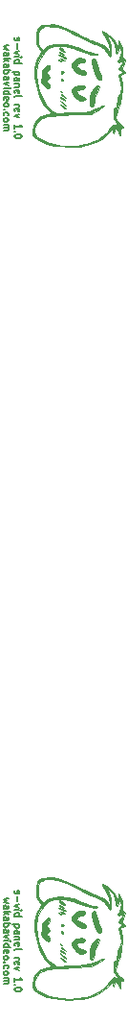
<source format=gbr>
G04 #@! TF.GenerationSoftware,KiCad,Pcbnew,(6.0.5)*
G04 #@! TF.CreationDate,2022-09-16T15:24:00+12:00*
G04 #@! TF.ProjectId,covers,636f7665-7273-42e6-9b69-6361645f7063,rev?*
G04 #@! TF.SameCoordinates,Original*
G04 #@! TF.FileFunction,Legend,Top*
G04 #@! TF.FilePolarity,Positive*
%FSLAX46Y46*%
G04 Gerber Fmt 4.6, Leading zero omitted, Abs format (unit mm)*
G04 Created by KiCad (PCBNEW (6.0.5)) date 2022-09-16 15:24:00*
%MOMM*%
%LPD*%
G01*
G04 APERTURE LIST*
%ADD10C,0.150000*%
%ADD11C,0.010000*%
G04 APERTURE END LIST*
D10*
X115440142Y-45607142D02*
X115411571Y-45664285D01*
X115411571Y-45778571D01*
X115440142Y-45835714D01*
X115497285Y-45864285D01*
X115525857Y-45864285D01*
X115583000Y-45835714D01*
X115611571Y-45778571D01*
X115611571Y-45692857D01*
X115640142Y-45635714D01*
X115697285Y-45607142D01*
X115725857Y-45607142D01*
X115783000Y-45635714D01*
X115811571Y-45692857D01*
X115811571Y-45778571D01*
X115783000Y-45835714D01*
X115640142Y-46121428D02*
X115640142Y-46578571D01*
X115811571Y-46807142D02*
X115411571Y-46950000D01*
X115811571Y-47092857D01*
X115411571Y-47321428D02*
X115811571Y-47321428D01*
X116011571Y-47321428D02*
X115983000Y-47292857D01*
X115954428Y-47321428D01*
X115983000Y-47350000D01*
X116011571Y-47321428D01*
X115954428Y-47321428D01*
X115411571Y-47864285D02*
X116011571Y-47864285D01*
X115440142Y-47864285D02*
X115411571Y-47807142D01*
X115411571Y-47692857D01*
X115440142Y-47635714D01*
X115468714Y-47607142D01*
X115525857Y-47578571D01*
X115697285Y-47578571D01*
X115754428Y-47607142D01*
X115783000Y-47635714D01*
X115811571Y-47692857D01*
X115811571Y-47807142D01*
X115783000Y-47864285D01*
X115811571Y-48607142D02*
X115211571Y-48607142D01*
X115783000Y-48607142D02*
X115811571Y-48664285D01*
X115811571Y-48778571D01*
X115783000Y-48835714D01*
X115754428Y-48864285D01*
X115697285Y-48892857D01*
X115525857Y-48892857D01*
X115468714Y-48864285D01*
X115440142Y-48835714D01*
X115411571Y-48778571D01*
X115411571Y-48664285D01*
X115440142Y-48607142D01*
X115411571Y-49407142D02*
X115725857Y-49407142D01*
X115783000Y-49378571D01*
X115811571Y-49321428D01*
X115811571Y-49207142D01*
X115783000Y-49150000D01*
X115440142Y-49407142D02*
X115411571Y-49350000D01*
X115411571Y-49207142D01*
X115440142Y-49150000D01*
X115497285Y-49121428D01*
X115554428Y-49121428D01*
X115611571Y-49150000D01*
X115640142Y-49207142D01*
X115640142Y-49350000D01*
X115668714Y-49407142D01*
X115811571Y-49692857D02*
X115411571Y-49692857D01*
X115754428Y-49692857D02*
X115783000Y-49721428D01*
X115811571Y-49778571D01*
X115811571Y-49864285D01*
X115783000Y-49921428D01*
X115725857Y-49950000D01*
X115411571Y-49950000D01*
X115440142Y-50464285D02*
X115411571Y-50407142D01*
X115411571Y-50292857D01*
X115440142Y-50235714D01*
X115497285Y-50207142D01*
X115725857Y-50207142D01*
X115783000Y-50235714D01*
X115811571Y-50292857D01*
X115811571Y-50407142D01*
X115783000Y-50464285D01*
X115725857Y-50492857D01*
X115668714Y-50492857D01*
X115611571Y-50207142D01*
X115411571Y-50835714D02*
X115440142Y-50778571D01*
X115497285Y-50750000D01*
X116011571Y-50750000D01*
X115411571Y-51521428D02*
X115811571Y-51521428D01*
X115697285Y-51521428D02*
X115754428Y-51550000D01*
X115783000Y-51578571D01*
X115811571Y-51635714D01*
X115811571Y-51692857D01*
X115440142Y-52121428D02*
X115411571Y-52064285D01*
X115411571Y-51950000D01*
X115440142Y-51892857D01*
X115497285Y-51864285D01*
X115725857Y-51864285D01*
X115783000Y-51892857D01*
X115811571Y-51950000D01*
X115811571Y-52064285D01*
X115783000Y-52121428D01*
X115725857Y-52150000D01*
X115668714Y-52150000D01*
X115611571Y-51864285D01*
X115811571Y-52350000D02*
X115411571Y-52492857D01*
X115811571Y-52635714D01*
X115411571Y-53635714D02*
X115411571Y-53292857D01*
X115411571Y-53464285D02*
X116011571Y-53464285D01*
X115925857Y-53407142D01*
X115868714Y-53350000D01*
X115840142Y-53292857D01*
X115468714Y-53892857D02*
X115440142Y-53921428D01*
X115411571Y-53892857D01*
X115440142Y-53864285D01*
X115468714Y-53892857D01*
X115411571Y-53892857D01*
X116011571Y-54292857D02*
X116011571Y-54350000D01*
X115983000Y-54407142D01*
X115954428Y-54435714D01*
X115897285Y-54464285D01*
X115783000Y-54492857D01*
X115640142Y-54492857D01*
X115525857Y-54464285D01*
X115468714Y-54435714D01*
X115440142Y-54407142D01*
X115411571Y-54350000D01*
X115411571Y-54292857D01*
X115440142Y-54235714D01*
X115468714Y-54207142D01*
X115525857Y-54178571D01*
X115640142Y-54150000D01*
X115783000Y-54150000D01*
X115897285Y-54178571D01*
X115954428Y-54207142D01*
X115983000Y-54235714D01*
X116011571Y-54292857D01*
X114845571Y-46250000D02*
X114445571Y-46364285D01*
X114731285Y-46478571D01*
X114445571Y-46592857D01*
X114845571Y-46707142D01*
X114445571Y-47192857D02*
X114759857Y-47192857D01*
X114817000Y-47164285D01*
X114845571Y-47107142D01*
X114845571Y-46992857D01*
X114817000Y-46935714D01*
X114474142Y-47192857D02*
X114445571Y-47135714D01*
X114445571Y-46992857D01*
X114474142Y-46935714D01*
X114531285Y-46907142D01*
X114588428Y-46907142D01*
X114645571Y-46935714D01*
X114674142Y-46992857D01*
X114674142Y-47135714D01*
X114702714Y-47192857D01*
X114445571Y-47478571D02*
X115045571Y-47478571D01*
X114674142Y-47535714D02*
X114445571Y-47707142D01*
X114845571Y-47707142D02*
X114617000Y-47478571D01*
X114445571Y-48221428D02*
X114759857Y-48221428D01*
X114817000Y-48192857D01*
X114845571Y-48135714D01*
X114845571Y-48021428D01*
X114817000Y-47964285D01*
X114474142Y-48221428D02*
X114445571Y-48164285D01*
X114445571Y-48021428D01*
X114474142Y-47964285D01*
X114531285Y-47935714D01*
X114588428Y-47935714D01*
X114645571Y-47964285D01*
X114674142Y-48021428D01*
X114674142Y-48164285D01*
X114702714Y-48221428D01*
X114445571Y-48507142D02*
X115045571Y-48507142D01*
X114817000Y-48507142D02*
X114845571Y-48564285D01*
X114845571Y-48678571D01*
X114817000Y-48735714D01*
X114788428Y-48764285D01*
X114731285Y-48792857D01*
X114559857Y-48792857D01*
X114502714Y-48764285D01*
X114474142Y-48735714D01*
X114445571Y-48678571D01*
X114445571Y-48564285D01*
X114474142Y-48507142D01*
X114445571Y-49307142D02*
X114759857Y-49307142D01*
X114817000Y-49278571D01*
X114845571Y-49221428D01*
X114845571Y-49107142D01*
X114817000Y-49050000D01*
X114474142Y-49307142D02*
X114445571Y-49250000D01*
X114445571Y-49107142D01*
X114474142Y-49050000D01*
X114531285Y-49021428D01*
X114588428Y-49021428D01*
X114645571Y-49050000D01*
X114674142Y-49107142D01*
X114674142Y-49250000D01*
X114702714Y-49307142D01*
X114845571Y-49535714D02*
X114445571Y-49678571D01*
X114845571Y-49821428D01*
X114445571Y-50050000D02*
X114845571Y-50050000D01*
X115045571Y-50050000D02*
X115017000Y-50021428D01*
X114988428Y-50050000D01*
X115017000Y-50078571D01*
X115045571Y-50050000D01*
X114988428Y-50050000D01*
X114445571Y-50592857D02*
X115045571Y-50592857D01*
X114474142Y-50592857D02*
X114445571Y-50535714D01*
X114445571Y-50421428D01*
X114474142Y-50364285D01*
X114502714Y-50335714D01*
X114559857Y-50307142D01*
X114731285Y-50307142D01*
X114788428Y-50335714D01*
X114817000Y-50364285D01*
X114845571Y-50421428D01*
X114845571Y-50535714D01*
X114817000Y-50592857D01*
X114474142Y-51107142D02*
X114445571Y-51050000D01*
X114445571Y-50935714D01*
X114474142Y-50878571D01*
X114531285Y-50850000D01*
X114759857Y-50850000D01*
X114817000Y-50878571D01*
X114845571Y-50935714D01*
X114845571Y-51050000D01*
X114817000Y-51107142D01*
X114759857Y-51135714D01*
X114702714Y-51135714D01*
X114645571Y-50850000D01*
X114445571Y-51478571D02*
X114474142Y-51421428D01*
X114502714Y-51392857D01*
X114559857Y-51364285D01*
X114731285Y-51364285D01*
X114788428Y-51392857D01*
X114817000Y-51421428D01*
X114845571Y-51478571D01*
X114845571Y-51564285D01*
X114817000Y-51621428D01*
X114788428Y-51650000D01*
X114731285Y-51678571D01*
X114559857Y-51678571D01*
X114502714Y-51650000D01*
X114474142Y-51621428D01*
X114445571Y-51564285D01*
X114445571Y-51478571D01*
X114502714Y-51935714D02*
X114474142Y-51964285D01*
X114445571Y-51935714D01*
X114474142Y-51907142D01*
X114502714Y-51935714D01*
X114445571Y-51935714D01*
X114474142Y-52478571D02*
X114445571Y-52421428D01*
X114445571Y-52307142D01*
X114474142Y-52250000D01*
X114502714Y-52221428D01*
X114559857Y-52192857D01*
X114731285Y-52192857D01*
X114788428Y-52221428D01*
X114817000Y-52250000D01*
X114845571Y-52307142D01*
X114845571Y-52421428D01*
X114817000Y-52478571D01*
X114445571Y-52821428D02*
X114474142Y-52764285D01*
X114502714Y-52735714D01*
X114559857Y-52707142D01*
X114731285Y-52707142D01*
X114788428Y-52735714D01*
X114817000Y-52764285D01*
X114845571Y-52821428D01*
X114845571Y-52907142D01*
X114817000Y-52964285D01*
X114788428Y-52992857D01*
X114731285Y-53021428D01*
X114559857Y-53021428D01*
X114502714Y-52992857D01*
X114474142Y-52964285D01*
X114445571Y-52907142D01*
X114445571Y-52821428D01*
X114445571Y-53278571D02*
X114845571Y-53278571D01*
X114788428Y-53278571D02*
X114817000Y-53307142D01*
X114845571Y-53364285D01*
X114845571Y-53450000D01*
X114817000Y-53507142D01*
X114759857Y-53535714D01*
X114445571Y-53535714D01*
X114759857Y-53535714D02*
X114817000Y-53564285D01*
X114845571Y-53621428D01*
X114845571Y-53707142D01*
X114817000Y-53764285D01*
X114759857Y-53792857D01*
X114445571Y-53792857D01*
X115440142Y-120857142D02*
X115411571Y-120914285D01*
X115411571Y-121028571D01*
X115440142Y-121085714D01*
X115497285Y-121114285D01*
X115525857Y-121114285D01*
X115583000Y-121085714D01*
X115611571Y-121028571D01*
X115611571Y-120942857D01*
X115640142Y-120885714D01*
X115697285Y-120857142D01*
X115725857Y-120857142D01*
X115783000Y-120885714D01*
X115811571Y-120942857D01*
X115811571Y-121028571D01*
X115783000Y-121085714D01*
X115640142Y-121371428D02*
X115640142Y-121828571D01*
X115811571Y-122057142D02*
X115411571Y-122200000D01*
X115811571Y-122342857D01*
X115411571Y-122571428D02*
X115811571Y-122571428D01*
X116011571Y-122571428D02*
X115983000Y-122542857D01*
X115954428Y-122571428D01*
X115983000Y-122600000D01*
X116011571Y-122571428D01*
X115954428Y-122571428D01*
X115411571Y-123114285D02*
X116011571Y-123114285D01*
X115440142Y-123114285D02*
X115411571Y-123057142D01*
X115411571Y-122942857D01*
X115440142Y-122885714D01*
X115468714Y-122857142D01*
X115525857Y-122828571D01*
X115697285Y-122828571D01*
X115754428Y-122857142D01*
X115783000Y-122885714D01*
X115811571Y-122942857D01*
X115811571Y-123057142D01*
X115783000Y-123114285D01*
X115811571Y-123857142D02*
X115211571Y-123857142D01*
X115783000Y-123857142D02*
X115811571Y-123914285D01*
X115811571Y-124028571D01*
X115783000Y-124085714D01*
X115754428Y-124114285D01*
X115697285Y-124142857D01*
X115525857Y-124142857D01*
X115468714Y-124114285D01*
X115440142Y-124085714D01*
X115411571Y-124028571D01*
X115411571Y-123914285D01*
X115440142Y-123857142D01*
X115411571Y-124657142D02*
X115725857Y-124657142D01*
X115783000Y-124628571D01*
X115811571Y-124571428D01*
X115811571Y-124457142D01*
X115783000Y-124400000D01*
X115440142Y-124657142D02*
X115411571Y-124600000D01*
X115411571Y-124457142D01*
X115440142Y-124400000D01*
X115497285Y-124371428D01*
X115554428Y-124371428D01*
X115611571Y-124400000D01*
X115640142Y-124457142D01*
X115640142Y-124600000D01*
X115668714Y-124657142D01*
X115811571Y-124942857D02*
X115411571Y-124942857D01*
X115754428Y-124942857D02*
X115783000Y-124971428D01*
X115811571Y-125028571D01*
X115811571Y-125114285D01*
X115783000Y-125171428D01*
X115725857Y-125200000D01*
X115411571Y-125200000D01*
X115440142Y-125714285D02*
X115411571Y-125657142D01*
X115411571Y-125542857D01*
X115440142Y-125485714D01*
X115497285Y-125457142D01*
X115725857Y-125457142D01*
X115783000Y-125485714D01*
X115811571Y-125542857D01*
X115811571Y-125657142D01*
X115783000Y-125714285D01*
X115725857Y-125742857D01*
X115668714Y-125742857D01*
X115611571Y-125457142D01*
X115411571Y-126085714D02*
X115440142Y-126028571D01*
X115497285Y-126000000D01*
X116011571Y-126000000D01*
X115411571Y-126771428D02*
X115811571Y-126771428D01*
X115697285Y-126771428D02*
X115754428Y-126800000D01*
X115783000Y-126828571D01*
X115811571Y-126885714D01*
X115811571Y-126942857D01*
X115440142Y-127371428D02*
X115411571Y-127314285D01*
X115411571Y-127200000D01*
X115440142Y-127142857D01*
X115497285Y-127114285D01*
X115725857Y-127114285D01*
X115783000Y-127142857D01*
X115811571Y-127200000D01*
X115811571Y-127314285D01*
X115783000Y-127371428D01*
X115725857Y-127400000D01*
X115668714Y-127400000D01*
X115611571Y-127114285D01*
X115811571Y-127600000D02*
X115411571Y-127742857D01*
X115811571Y-127885714D01*
X115411571Y-128885714D02*
X115411571Y-128542857D01*
X115411571Y-128714285D02*
X116011571Y-128714285D01*
X115925857Y-128657142D01*
X115868714Y-128600000D01*
X115840142Y-128542857D01*
X115468714Y-129142857D02*
X115440142Y-129171428D01*
X115411571Y-129142857D01*
X115440142Y-129114285D01*
X115468714Y-129142857D01*
X115411571Y-129142857D01*
X116011571Y-129542857D02*
X116011571Y-129600000D01*
X115983000Y-129657142D01*
X115954428Y-129685714D01*
X115897285Y-129714285D01*
X115783000Y-129742857D01*
X115640142Y-129742857D01*
X115525857Y-129714285D01*
X115468714Y-129685714D01*
X115440142Y-129657142D01*
X115411571Y-129600000D01*
X115411571Y-129542857D01*
X115440142Y-129485714D01*
X115468714Y-129457142D01*
X115525857Y-129428571D01*
X115640142Y-129400000D01*
X115783000Y-129400000D01*
X115897285Y-129428571D01*
X115954428Y-129457142D01*
X115983000Y-129485714D01*
X116011571Y-129542857D01*
X114845571Y-121500000D02*
X114445571Y-121614285D01*
X114731285Y-121728571D01*
X114445571Y-121842857D01*
X114845571Y-121957142D01*
X114445571Y-122442857D02*
X114759857Y-122442857D01*
X114817000Y-122414285D01*
X114845571Y-122357142D01*
X114845571Y-122242857D01*
X114817000Y-122185714D01*
X114474142Y-122442857D02*
X114445571Y-122385714D01*
X114445571Y-122242857D01*
X114474142Y-122185714D01*
X114531285Y-122157142D01*
X114588428Y-122157142D01*
X114645571Y-122185714D01*
X114674142Y-122242857D01*
X114674142Y-122385714D01*
X114702714Y-122442857D01*
X114445571Y-122728571D02*
X115045571Y-122728571D01*
X114674142Y-122785714D02*
X114445571Y-122957142D01*
X114845571Y-122957142D02*
X114617000Y-122728571D01*
X114445571Y-123471428D02*
X114759857Y-123471428D01*
X114817000Y-123442857D01*
X114845571Y-123385714D01*
X114845571Y-123271428D01*
X114817000Y-123214285D01*
X114474142Y-123471428D02*
X114445571Y-123414285D01*
X114445571Y-123271428D01*
X114474142Y-123214285D01*
X114531285Y-123185714D01*
X114588428Y-123185714D01*
X114645571Y-123214285D01*
X114674142Y-123271428D01*
X114674142Y-123414285D01*
X114702714Y-123471428D01*
X114445571Y-123757142D02*
X115045571Y-123757142D01*
X114817000Y-123757142D02*
X114845571Y-123814285D01*
X114845571Y-123928571D01*
X114817000Y-123985714D01*
X114788428Y-124014285D01*
X114731285Y-124042857D01*
X114559857Y-124042857D01*
X114502714Y-124014285D01*
X114474142Y-123985714D01*
X114445571Y-123928571D01*
X114445571Y-123814285D01*
X114474142Y-123757142D01*
X114445571Y-124557142D02*
X114759857Y-124557142D01*
X114817000Y-124528571D01*
X114845571Y-124471428D01*
X114845571Y-124357142D01*
X114817000Y-124300000D01*
X114474142Y-124557142D02*
X114445571Y-124500000D01*
X114445571Y-124357142D01*
X114474142Y-124300000D01*
X114531285Y-124271428D01*
X114588428Y-124271428D01*
X114645571Y-124300000D01*
X114674142Y-124357142D01*
X114674142Y-124500000D01*
X114702714Y-124557142D01*
X114845571Y-124785714D02*
X114445571Y-124928571D01*
X114845571Y-125071428D01*
X114445571Y-125300000D02*
X114845571Y-125300000D01*
X115045571Y-125300000D02*
X115017000Y-125271428D01*
X114988428Y-125300000D01*
X115017000Y-125328571D01*
X115045571Y-125300000D01*
X114988428Y-125300000D01*
X114445571Y-125842857D02*
X115045571Y-125842857D01*
X114474142Y-125842857D02*
X114445571Y-125785714D01*
X114445571Y-125671428D01*
X114474142Y-125614285D01*
X114502714Y-125585714D01*
X114559857Y-125557142D01*
X114731285Y-125557142D01*
X114788428Y-125585714D01*
X114817000Y-125614285D01*
X114845571Y-125671428D01*
X114845571Y-125785714D01*
X114817000Y-125842857D01*
X114474142Y-126357142D02*
X114445571Y-126300000D01*
X114445571Y-126185714D01*
X114474142Y-126128571D01*
X114531285Y-126100000D01*
X114759857Y-126100000D01*
X114817000Y-126128571D01*
X114845571Y-126185714D01*
X114845571Y-126300000D01*
X114817000Y-126357142D01*
X114759857Y-126385714D01*
X114702714Y-126385714D01*
X114645571Y-126100000D01*
X114445571Y-126728571D02*
X114474142Y-126671428D01*
X114502714Y-126642857D01*
X114559857Y-126614285D01*
X114731285Y-126614285D01*
X114788428Y-126642857D01*
X114817000Y-126671428D01*
X114845571Y-126728571D01*
X114845571Y-126814285D01*
X114817000Y-126871428D01*
X114788428Y-126900000D01*
X114731285Y-126928571D01*
X114559857Y-126928571D01*
X114502714Y-126900000D01*
X114474142Y-126871428D01*
X114445571Y-126814285D01*
X114445571Y-126728571D01*
X114502714Y-127185714D02*
X114474142Y-127214285D01*
X114445571Y-127185714D01*
X114474142Y-127157142D01*
X114502714Y-127185714D01*
X114445571Y-127185714D01*
X114474142Y-127728571D02*
X114445571Y-127671428D01*
X114445571Y-127557142D01*
X114474142Y-127500000D01*
X114502714Y-127471428D01*
X114559857Y-127442857D01*
X114731285Y-127442857D01*
X114788428Y-127471428D01*
X114817000Y-127500000D01*
X114845571Y-127557142D01*
X114845571Y-127671428D01*
X114817000Y-127728571D01*
X114445571Y-128071428D02*
X114474142Y-128014285D01*
X114502714Y-127985714D01*
X114559857Y-127957142D01*
X114731285Y-127957142D01*
X114788428Y-127985714D01*
X114817000Y-128014285D01*
X114845571Y-128071428D01*
X114845571Y-128157142D01*
X114817000Y-128214285D01*
X114788428Y-128242857D01*
X114731285Y-128271428D01*
X114559857Y-128271428D01*
X114502714Y-128242857D01*
X114474142Y-128214285D01*
X114445571Y-128157142D01*
X114445571Y-128071428D01*
X114445571Y-128528571D02*
X114845571Y-128528571D01*
X114788428Y-128528571D02*
X114817000Y-128557142D01*
X114845571Y-128614285D01*
X114845571Y-128700000D01*
X114817000Y-128757142D01*
X114759857Y-128785714D01*
X114445571Y-128785714D01*
X114759857Y-128785714D02*
X114817000Y-128814285D01*
X114845571Y-128871428D01*
X114845571Y-128957142D01*
X114817000Y-129014285D01*
X114759857Y-129042857D01*
X114445571Y-129042857D01*
G36*
X122599911Y-47538430D02*
G01*
X122672856Y-47799804D01*
X122734060Y-48047195D01*
X122837208Y-48372773D01*
X122939124Y-48651445D01*
X123052203Y-48969276D01*
X123090861Y-49167891D01*
X123060559Y-49277382D01*
X123053992Y-49284542D01*
X122911032Y-49336112D01*
X122755869Y-49227089D01*
X122595872Y-48965075D01*
X122486406Y-48698780D01*
X122324178Y-48195658D01*
X122240466Y-47809840D01*
X122236626Y-47551436D01*
X122314012Y-47430555D01*
X122316202Y-47429684D01*
X122485251Y-47415645D01*
X122599911Y-47538430D01*
G37*
D11*
X122599911Y-47538430D02*
X122672856Y-47799804D01*
X122734060Y-48047195D01*
X122837208Y-48372773D01*
X122939124Y-48651445D01*
X123052203Y-48969276D01*
X123090861Y-49167891D01*
X123060559Y-49277382D01*
X123053992Y-49284542D01*
X122911032Y-49336112D01*
X122755869Y-49227089D01*
X122595872Y-48965075D01*
X122486406Y-48698780D01*
X122324178Y-48195658D01*
X122240466Y-47809840D01*
X122236626Y-47551436D01*
X122314012Y-47430555D01*
X122316202Y-47429684D01*
X122485251Y-47415645D01*
X122599911Y-47538430D01*
G36*
X119513674Y-47185068D02*
G01*
X119575139Y-47210454D01*
X119781509Y-47310703D01*
X119901523Y-47395250D01*
X119913806Y-47417554D01*
X119847983Y-47422368D01*
X119680204Y-47360002D01*
X119576000Y-47310000D01*
X119338740Y-47179906D01*
X119249227Y-47111391D01*
X119307520Y-47110947D01*
X119513674Y-47185068D01*
G37*
X119513674Y-47185068D02*
X119575139Y-47210454D01*
X119781509Y-47310703D01*
X119901523Y-47395250D01*
X119913806Y-47417554D01*
X119847983Y-47422368D01*
X119680204Y-47360002D01*
X119576000Y-47310000D01*
X119338740Y-47179906D01*
X119249227Y-47111391D01*
X119307520Y-47110947D01*
X119513674Y-47185068D01*
G36*
X119533667Y-50601321D02*
G01*
X119724187Y-50710036D01*
X119883001Y-50825406D01*
X119970722Y-50915217D01*
X119957000Y-50947554D01*
X119843086Y-50898409D01*
X119666374Y-50773645D01*
X119618334Y-50734104D01*
X119499859Y-50621165D01*
X119495818Y-50586631D01*
X119533667Y-50601321D01*
G37*
X119533667Y-50601321D02*
X119724187Y-50710036D01*
X119883001Y-50825406D01*
X119970722Y-50915217D01*
X119957000Y-50947554D01*
X119843086Y-50898409D01*
X119666374Y-50773645D01*
X119618334Y-50734104D01*
X119499859Y-50621165D01*
X119495818Y-50586631D01*
X119533667Y-50601321D01*
G36*
X118732457Y-44441936D02*
G01*
X119086745Y-44476484D01*
X119461090Y-44570611D01*
X119891611Y-44734333D01*
X120414429Y-44977667D01*
X120631254Y-45086209D01*
X121158013Y-45353007D01*
X121559214Y-45554482D01*
X121860146Y-45702244D01*
X122086102Y-45807900D01*
X122262371Y-45883060D01*
X122414245Y-45939331D01*
X122567013Y-45988323D01*
X122652502Y-46013974D01*
X123091759Y-46176144D01*
X123403168Y-46373732D01*
X123628010Y-46633902D01*
X123651597Y-46671377D01*
X123808701Y-46929000D01*
X123807158Y-46632667D01*
X123745944Y-46271803D01*
X123581082Y-45853947D01*
X123335841Y-45434210D01*
X123252850Y-45319796D01*
X123127077Y-45122471D01*
X123127575Y-45031177D01*
X123248413Y-45046139D01*
X123483656Y-45167581D01*
X123694256Y-45303148D01*
X124102134Y-45670263D01*
X124317162Y-46001648D01*
X124528657Y-46421000D01*
X124577433Y-46124667D01*
X124626208Y-45828334D01*
X124817945Y-46251667D01*
X124951899Y-46637842D01*
X124978045Y-47002688D01*
X124973011Y-47069456D01*
X124961028Y-47311599D01*
X124988914Y-47416951D01*
X125050170Y-47420231D01*
X125139954Y-47444304D01*
X125160222Y-47592113D01*
X125111788Y-47833359D01*
X125033172Y-48051889D01*
X124955691Y-48259703D01*
X124952348Y-48373931D01*
X125023144Y-48453228D01*
X125033172Y-48460670D01*
X125137739Y-48582798D01*
X125160899Y-48700477D01*
X125095516Y-48749334D01*
X124978488Y-48794447D01*
X124877476Y-48858691D01*
X124789924Y-48938475D01*
X124772520Y-49035612D01*
X124824228Y-49206537D01*
X124869001Y-49320645D01*
X124962604Y-49689344D01*
X124971313Y-50132480D01*
X124893195Y-50670845D01*
X124726315Y-51325228D01*
X124663175Y-51532855D01*
X124519082Y-51993707D01*
X124423382Y-52323757D01*
X124376810Y-52554691D01*
X124380102Y-52718197D01*
X124433991Y-52845960D01*
X124539213Y-52969666D01*
X124696502Y-53121003D01*
X124700078Y-53124427D01*
X124929644Y-53349966D01*
X125044373Y-53484873D01*
X125055152Y-53551952D01*
X124972865Y-53574009D01*
X124915324Y-53575334D01*
X124807582Y-53601028D01*
X124779743Y-53709400D01*
X124797655Y-53860903D01*
X124804766Y-54081758D01*
X124750828Y-54204044D01*
X124749998Y-54204566D01*
X124671864Y-54190225D01*
X124655580Y-54109497D01*
X124603959Y-53946414D01*
X124477256Y-53740920D01*
X124446958Y-53702334D01*
X124238757Y-53448334D01*
X124235712Y-53770830D01*
X124214772Y-53974185D01*
X124163348Y-54046286D01*
X124148000Y-54041000D01*
X124079718Y-53922986D01*
X124063105Y-53803170D01*
X124049426Y-53713349D01*
X123992303Y-53720404D01*
X123867108Y-53837209D01*
X123745605Y-53969169D01*
X123218480Y-54446816D01*
X122592545Y-54812079D01*
X122027094Y-55027116D01*
X121736075Y-55110163D01*
X121461644Y-55166230D01*
X121158859Y-55200093D01*
X120782783Y-55216527D01*
X120288476Y-55220307D01*
X120211000Y-55220111D01*
X119453132Y-55196052D01*
X118824823Y-55124011D01*
X118291059Y-54995865D01*
X117816823Y-54803495D01*
X117417000Y-54572049D01*
X117177788Y-54404563D01*
X117047792Y-54268423D01*
X116990177Y-54109288D01*
X116970476Y-53913346D01*
X116974763Y-53874153D01*
X117133555Y-53874153D01*
X117201021Y-54166488D01*
X117311167Y-54317248D01*
X117718582Y-54603750D01*
X118254093Y-54836618D01*
X118883466Y-55010407D01*
X119572467Y-55119675D01*
X120286862Y-55158981D01*
X120992417Y-55122881D01*
X121650334Y-55007084D01*
X122028257Y-54895749D01*
X122396079Y-54759694D01*
X122710115Y-54617712D01*
X122926681Y-54488598D01*
X122986749Y-54432150D01*
X123135230Y-54295012D01*
X123331960Y-54169797D01*
X123526228Y-54025290D01*
X123643095Y-53863528D01*
X123746659Y-53680353D01*
X123909943Y-53469445D01*
X123934666Y-53442132D01*
X124094810Y-53290912D01*
X124212075Y-53256369D01*
X124320883Y-53303901D01*
X124511852Y-53399527D01*
X124582811Y-53380836D01*
X124529553Y-53257055D01*
X124410771Y-53106721D01*
X124258091Y-52910623D01*
X124179082Y-52724324D01*
X124150568Y-52476878D01*
X124148000Y-52302387D01*
X124160921Y-52033002D01*
X124194637Y-51850497D01*
X124232667Y-51797334D01*
X124316932Y-51864819D01*
X124325773Y-51903167D01*
X124346019Y-51952653D01*
X124380408Y-51875154D01*
X124419689Y-51711397D01*
X124454614Y-51502107D01*
X124475935Y-51288009D01*
X124478228Y-51231881D01*
X124513942Y-50974745D01*
X124592384Y-50778515D01*
X124617192Y-50747571D01*
X124805940Y-50458568D01*
X124865145Y-50091246D01*
X124795022Y-49634355D01*
X124647058Y-49199528D01*
X124584885Y-49006259D01*
X124615817Y-48884183D01*
X124740346Y-48766619D01*
X124942183Y-48603181D01*
X124760113Y-48505741D01*
X124578043Y-48408300D01*
X124786355Y-48101335D01*
X124939697Y-47855763D01*
X124982468Y-47724787D01*
X124914653Y-47694741D01*
X124785998Y-47732194D01*
X124598535Y-47771269D01*
X124538050Y-47699733D01*
X124605662Y-47520254D01*
X124660263Y-47431718D01*
X124773036Y-47168771D01*
X124821415Y-46862516D01*
X124797976Y-46588351D01*
X124753834Y-46481739D01*
X124687908Y-46467942D01*
X124606919Y-46616747D01*
X124573171Y-46711766D01*
X124476111Y-46935758D01*
X124394688Y-46993904D01*
X124338548Y-46889584D01*
X124317337Y-46626178D01*
X124317334Y-46622104D01*
X124278845Y-46272607D01*
X124144463Y-45971888D01*
X123910148Y-45680167D01*
X123725627Y-45501675D01*
X123636460Y-45463014D01*
X123643531Y-45563481D01*
X123747724Y-45802377D01*
X123750109Y-45807167D01*
X123838028Y-46052878D01*
X123900587Y-46359862D01*
X123934861Y-46682338D01*
X123937922Y-46974525D01*
X123906847Y-47190641D01*
X123844445Y-47283336D01*
X123758273Y-47232846D01*
X123646402Y-47068846D01*
X123595979Y-46967589D01*
X123355711Y-46585831D01*
X123024060Y-46332970D01*
X122676447Y-46207053D01*
X122490809Y-46141635D01*
X122185353Y-46012617D01*
X121790810Y-45833913D01*
X121337914Y-45619435D01*
X120865516Y-45387168D01*
X120356397Y-45133345D01*
X119968416Y-44945465D01*
X119671676Y-44812902D01*
X119436283Y-44725031D01*
X119232339Y-44671224D01*
X119029951Y-44640855D01*
X118799222Y-44623299D01*
X118701432Y-44617962D01*
X118348407Y-44603669D01*
X118117273Y-44611480D01*
X117961145Y-44649792D01*
X117833137Y-44727000D01*
X117760877Y-44786376D01*
X117600435Y-44966068D01*
X117513926Y-45194416D01*
X117480463Y-45426557D01*
X117465700Y-45840560D01*
X117522724Y-46152930D01*
X117664038Y-46420652D01*
X117712885Y-46485867D01*
X117885450Y-46705247D01*
X118148688Y-46464815D01*
X118470787Y-46274711D01*
X118909139Y-46166881D01*
X119432667Y-46140129D01*
X120010292Y-46193264D01*
X120610933Y-46325090D01*
X121203513Y-46534415D01*
X121320907Y-46586666D01*
X121677503Y-46737684D01*
X122025051Y-46861698D01*
X122300210Y-46936632D01*
X122348834Y-46944915D01*
X122568397Y-46992844D01*
X122695777Y-47055032D01*
X122708667Y-47079302D01*
X122636119Y-47135579D01*
X122440679Y-47133665D01*
X122155659Y-47080752D01*
X121814368Y-46984036D01*
X121450115Y-46850709D01*
X121253468Y-46765035D01*
X120554423Y-46506037D01*
X119841443Y-46361598D01*
X119162929Y-46339856D01*
X118899919Y-46369263D01*
X118626625Y-46427426D01*
X118421652Y-46520207D01*
X118222168Y-46684306D01*
X118045763Y-46868202D01*
X117637339Y-47421259D01*
X117391040Y-48019665D01*
X117303489Y-48672958D01*
X117311429Y-48941685D01*
X117378824Y-49433564D01*
X117506250Y-49985137D01*
X117675783Y-50536927D01*
X117869494Y-51029457D01*
X118039113Y-51356027D01*
X118245428Y-51614889D01*
X118522714Y-51872674D01*
X118681463Y-51988715D01*
X119099259Y-52258377D01*
X120332463Y-52235431D01*
X121026443Y-52210042D01*
X121586146Y-52158201D01*
X122045463Y-52073275D01*
X122438287Y-51948633D01*
X122798509Y-51777642D01*
X122865260Y-51739832D01*
X123122087Y-51615573D01*
X123284309Y-51590632D01*
X123313297Y-51606097D01*
X123284501Y-51683119D01*
X123111257Y-51812030D01*
X122806876Y-51983185D01*
X122758670Y-52007882D01*
X122124265Y-52329890D01*
X120490299Y-52398711D01*
X119796388Y-52429802D01*
X119248369Y-52459652D01*
X118822849Y-52491007D01*
X118496432Y-52526615D01*
X118245726Y-52569222D01*
X118047337Y-52621575D01*
X117877869Y-52686421D01*
X117822293Y-52711987D01*
X117532350Y-52919696D01*
X117312235Y-53209879D01*
X117174964Y-53541657D01*
X117133555Y-53874153D01*
X116974763Y-53874153D01*
X117022404Y-53438660D01*
X117126466Y-53175237D01*
X117376133Y-52824076D01*
X117735446Y-52568422D01*
X118227027Y-52392739D01*
X118286860Y-52378386D01*
X118719018Y-52278632D01*
X118412476Y-52035023D01*
X118071517Y-51706819D01*
X117799807Y-51304593D01*
X117566038Y-50781611D01*
X117557573Y-50758971D01*
X117283115Y-49862197D01*
X117153214Y-49039818D01*
X117167794Y-48295390D01*
X117326778Y-47632469D01*
X117630089Y-47054613D01*
X117637336Y-47044357D01*
X117737818Y-46881763D01*
X117734876Y-46784238D01*
X117664402Y-46711857D01*
X117467430Y-46451643D01*
X117339049Y-46085698D01*
X117286147Y-45665983D01*
X117315613Y-45244460D01*
X117423540Y-44895178D01*
X117522959Y-44717328D01*
X117643921Y-44601967D01*
X117827182Y-44530066D01*
X118113497Y-44482597D01*
X118348407Y-44458366D01*
X118362107Y-44456952D01*
X118732457Y-44441936D01*
G37*
X118732457Y-44441936D02*
X119086745Y-44476484D01*
X119461090Y-44570611D01*
X119891611Y-44734333D01*
X120414429Y-44977667D01*
X120631254Y-45086209D01*
X121158013Y-45353007D01*
X121559214Y-45554482D01*
X121860146Y-45702244D01*
X122086102Y-45807900D01*
X122262371Y-45883060D01*
X122414245Y-45939331D01*
X122567013Y-45988323D01*
X122652502Y-46013974D01*
X123091759Y-46176144D01*
X123403168Y-46373732D01*
X123628010Y-46633902D01*
X123651597Y-46671377D01*
X123808701Y-46929000D01*
X123807158Y-46632667D01*
X123745944Y-46271803D01*
X123581082Y-45853947D01*
X123335841Y-45434210D01*
X123252850Y-45319796D01*
X123127077Y-45122471D01*
X123127575Y-45031177D01*
X123248413Y-45046139D01*
X123483656Y-45167581D01*
X123694256Y-45303148D01*
X124102134Y-45670263D01*
X124317162Y-46001648D01*
X124528657Y-46421000D01*
X124577433Y-46124667D01*
X124626208Y-45828334D01*
X124817945Y-46251667D01*
X124951899Y-46637842D01*
X124978045Y-47002688D01*
X124973011Y-47069456D01*
X124961028Y-47311599D01*
X124988914Y-47416951D01*
X125050170Y-47420231D01*
X125139954Y-47444304D01*
X125160222Y-47592113D01*
X125111788Y-47833359D01*
X125033172Y-48051889D01*
X124955691Y-48259703D01*
X124952348Y-48373931D01*
X125023144Y-48453228D01*
X125033172Y-48460670D01*
X125137739Y-48582798D01*
X125160899Y-48700477D01*
X125095516Y-48749334D01*
X124978488Y-48794447D01*
X124877476Y-48858691D01*
X124789924Y-48938475D01*
X124772520Y-49035612D01*
X124824228Y-49206537D01*
X124869001Y-49320645D01*
X124962604Y-49689344D01*
X124971313Y-50132480D01*
X124893195Y-50670845D01*
X124726315Y-51325228D01*
X124663175Y-51532855D01*
X124519082Y-51993707D01*
X124423382Y-52323757D01*
X124376810Y-52554691D01*
X124380102Y-52718197D01*
X124433991Y-52845960D01*
X124539213Y-52969666D01*
X124696502Y-53121003D01*
X124700078Y-53124427D01*
X124929644Y-53349966D01*
X125044373Y-53484873D01*
X125055152Y-53551952D01*
X124972865Y-53574009D01*
X124915324Y-53575334D01*
X124807582Y-53601028D01*
X124779743Y-53709400D01*
X124797655Y-53860903D01*
X124804766Y-54081758D01*
X124750828Y-54204044D01*
X124749998Y-54204566D01*
X124671864Y-54190225D01*
X124655580Y-54109497D01*
X124603959Y-53946414D01*
X124477256Y-53740920D01*
X124446958Y-53702334D01*
X124238757Y-53448334D01*
X124235712Y-53770830D01*
X124214772Y-53974185D01*
X124163348Y-54046286D01*
X124148000Y-54041000D01*
X124079718Y-53922986D01*
X124063105Y-53803170D01*
X124049426Y-53713349D01*
X123992303Y-53720404D01*
X123867108Y-53837209D01*
X123745605Y-53969169D01*
X123218480Y-54446816D01*
X122592545Y-54812079D01*
X122027094Y-55027116D01*
X121736075Y-55110163D01*
X121461644Y-55166230D01*
X121158859Y-55200093D01*
X120782783Y-55216527D01*
X120288476Y-55220307D01*
X120211000Y-55220111D01*
X119453132Y-55196052D01*
X118824823Y-55124011D01*
X118291059Y-54995865D01*
X117816823Y-54803495D01*
X117417000Y-54572049D01*
X117177788Y-54404563D01*
X117047792Y-54268423D01*
X116990177Y-54109288D01*
X116970476Y-53913346D01*
X116974763Y-53874153D01*
X117133555Y-53874153D01*
X117201021Y-54166488D01*
X117311167Y-54317248D01*
X117718582Y-54603750D01*
X118254093Y-54836618D01*
X118883466Y-55010407D01*
X119572467Y-55119675D01*
X120286862Y-55158981D01*
X120992417Y-55122881D01*
X121650334Y-55007084D01*
X122028257Y-54895749D01*
X122396079Y-54759694D01*
X122710115Y-54617712D01*
X122926681Y-54488598D01*
X122986749Y-54432150D01*
X123135230Y-54295012D01*
X123331960Y-54169797D01*
X123526228Y-54025290D01*
X123643095Y-53863528D01*
X123746659Y-53680353D01*
X123909943Y-53469445D01*
X123934666Y-53442132D01*
X124094810Y-53290912D01*
X124212075Y-53256369D01*
X124320883Y-53303901D01*
X124511852Y-53399527D01*
X124582811Y-53380836D01*
X124529553Y-53257055D01*
X124410771Y-53106721D01*
X124258091Y-52910623D01*
X124179082Y-52724324D01*
X124150568Y-52476878D01*
X124148000Y-52302387D01*
X124160921Y-52033002D01*
X124194637Y-51850497D01*
X124232667Y-51797334D01*
X124316932Y-51864819D01*
X124325773Y-51903167D01*
X124346019Y-51952653D01*
X124380408Y-51875154D01*
X124419689Y-51711397D01*
X124454614Y-51502107D01*
X124475935Y-51288009D01*
X124478228Y-51231881D01*
X124513942Y-50974745D01*
X124592384Y-50778515D01*
X124617192Y-50747571D01*
X124805940Y-50458568D01*
X124865145Y-50091246D01*
X124795022Y-49634355D01*
X124647058Y-49199528D01*
X124584885Y-49006259D01*
X124615817Y-48884183D01*
X124740346Y-48766619D01*
X124942183Y-48603181D01*
X124760113Y-48505741D01*
X124578043Y-48408300D01*
X124786355Y-48101335D01*
X124939697Y-47855763D01*
X124982468Y-47724787D01*
X124914653Y-47694741D01*
X124785998Y-47732194D01*
X124598535Y-47771269D01*
X124538050Y-47699733D01*
X124605662Y-47520254D01*
X124660263Y-47431718D01*
X124773036Y-47168771D01*
X124821415Y-46862516D01*
X124797976Y-46588351D01*
X124753834Y-46481739D01*
X124687908Y-46467942D01*
X124606919Y-46616747D01*
X124573171Y-46711766D01*
X124476111Y-46935758D01*
X124394688Y-46993904D01*
X124338548Y-46889584D01*
X124317337Y-46626178D01*
X124317334Y-46622104D01*
X124278845Y-46272607D01*
X124144463Y-45971888D01*
X123910148Y-45680167D01*
X123725627Y-45501675D01*
X123636460Y-45463014D01*
X123643531Y-45563481D01*
X123747724Y-45802377D01*
X123750109Y-45807167D01*
X123838028Y-46052878D01*
X123900587Y-46359862D01*
X123934861Y-46682338D01*
X123937922Y-46974525D01*
X123906847Y-47190641D01*
X123844445Y-47283336D01*
X123758273Y-47232846D01*
X123646402Y-47068846D01*
X123595979Y-46967589D01*
X123355711Y-46585831D01*
X123024060Y-46332970D01*
X122676447Y-46207053D01*
X122490809Y-46141635D01*
X122185353Y-46012617D01*
X121790810Y-45833913D01*
X121337914Y-45619435D01*
X120865516Y-45387168D01*
X120356397Y-45133345D01*
X119968416Y-44945465D01*
X119671676Y-44812902D01*
X119436283Y-44725031D01*
X119232339Y-44671224D01*
X119029951Y-44640855D01*
X118799222Y-44623299D01*
X118701432Y-44617962D01*
X118348407Y-44603669D01*
X118117273Y-44611480D01*
X117961145Y-44649792D01*
X117833137Y-44727000D01*
X117760877Y-44786376D01*
X117600435Y-44966068D01*
X117513926Y-45194416D01*
X117480463Y-45426557D01*
X117465700Y-45840560D01*
X117522724Y-46152930D01*
X117664038Y-46420652D01*
X117712885Y-46485867D01*
X117885450Y-46705247D01*
X118148688Y-46464815D01*
X118470787Y-46274711D01*
X118909139Y-46166881D01*
X119432667Y-46140129D01*
X120010292Y-46193264D01*
X120610933Y-46325090D01*
X121203513Y-46534415D01*
X121320907Y-46586666D01*
X121677503Y-46737684D01*
X122025051Y-46861698D01*
X122300210Y-46936632D01*
X122348834Y-46944915D01*
X122568397Y-46992844D01*
X122695777Y-47055032D01*
X122708667Y-47079302D01*
X122636119Y-47135579D01*
X122440679Y-47133665D01*
X122155659Y-47080752D01*
X121814368Y-46984036D01*
X121450115Y-46850709D01*
X121253468Y-46765035D01*
X120554423Y-46506037D01*
X119841443Y-46361598D01*
X119162929Y-46339856D01*
X118899919Y-46369263D01*
X118626625Y-46427426D01*
X118421652Y-46520207D01*
X118222168Y-46684306D01*
X118045763Y-46868202D01*
X117637339Y-47421259D01*
X117391040Y-48019665D01*
X117303489Y-48672958D01*
X117311429Y-48941685D01*
X117378824Y-49433564D01*
X117506250Y-49985137D01*
X117675783Y-50536927D01*
X117869494Y-51029457D01*
X118039113Y-51356027D01*
X118245428Y-51614889D01*
X118522714Y-51872674D01*
X118681463Y-51988715D01*
X119099259Y-52258377D01*
X120332463Y-52235431D01*
X121026443Y-52210042D01*
X121586146Y-52158201D01*
X122045463Y-52073275D01*
X122438287Y-51948633D01*
X122798509Y-51777642D01*
X122865260Y-51739832D01*
X123122087Y-51615573D01*
X123284309Y-51590632D01*
X123313297Y-51606097D01*
X123284501Y-51683119D01*
X123111257Y-51812030D01*
X122806876Y-51983185D01*
X122758670Y-52007882D01*
X122124265Y-52329890D01*
X120490299Y-52398711D01*
X119796388Y-52429802D01*
X119248369Y-52459652D01*
X118822849Y-52491007D01*
X118496432Y-52526615D01*
X118245726Y-52569222D01*
X118047337Y-52621575D01*
X117877869Y-52686421D01*
X117822293Y-52711987D01*
X117532350Y-52919696D01*
X117312235Y-53209879D01*
X117174964Y-53541657D01*
X117133555Y-53874153D01*
X116974763Y-53874153D01*
X117022404Y-53438660D01*
X117126466Y-53175237D01*
X117376133Y-52824076D01*
X117735446Y-52568422D01*
X118227027Y-52392739D01*
X118286860Y-52378386D01*
X118719018Y-52278632D01*
X118412476Y-52035023D01*
X118071517Y-51706819D01*
X117799807Y-51304593D01*
X117566038Y-50781611D01*
X117557573Y-50758971D01*
X117283115Y-49862197D01*
X117153214Y-49039818D01*
X117167794Y-48295390D01*
X117326778Y-47632469D01*
X117630089Y-47054613D01*
X117637336Y-47044357D01*
X117737818Y-46881763D01*
X117734876Y-46784238D01*
X117664402Y-46711857D01*
X117467430Y-46451643D01*
X117339049Y-46085698D01*
X117286147Y-45665983D01*
X117315613Y-45244460D01*
X117423540Y-44895178D01*
X117522959Y-44717328D01*
X117643921Y-44601967D01*
X117827182Y-44530066D01*
X118113497Y-44482597D01*
X118348407Y-44458366D01*
X118362107Y-44456952D01*
X118732457Y-44441936D01*
G36*
X121504601Y-47423902D02*
G01*
X121631299Y-47503838D01*
X121634659Y-47511350D01*
X121622603Y-47669791D01*
X121475945Y-47780888D01*
X121255379Y-47818000D01*
X121025668Y-47882639D01*
X120930896Y-47986906D01*
X120892480Y-48111331D01*
X120957299Y-48214645D01*
X121118417Y-48325256D01*
X121320775Y-48435583D01*
X121467501Y-48492798D01*
X121485234Y-48495017D01*
X121637782Y-48561197D01*
X121724678Y-48706389D01*
X121719326Y-48801984D01*
X121604826Y-48903207D01*
X121406422Y-48904877D01*
X121160330Y-48826794D01*
X120902766Y-48688759D01*
X120669945Y-48510573D01*
X120498084Y-48312034D01*
X120423398Y-48112944D01*
X120422667Y-48093062D01*
X120480740Y-47904380D01*
X120624866Y-47690875D01*
X120670154Y-47642154D01*
X120905365Y-47461271D01*
X121168259Y-47397104D01*
X121253763Y-47394667D01*
X121504601Y-47423902D01*
G37*
X121504601Y-47423902D02*
X121631299Y-47503838D01*
X121634659Y-47511350D01*
X121622603Y-47669791D01*
X121475945Y-47780888D01*
X121255379Y-47818000D01*
X121025668Y-47882639D01*
X120930896Y-47986906D01*
X120892480Y-48111331D01*
X120957299Y-48214645D01*
X121118417Y-48325256D01*
X121320775Y-48435583D01*
X121467501Y-48492798D01*
X121485234Y-48495017D01*
X121637782Y-48561197D01*
X121724678Y-48706389D01*
X121719326Y-48801984D01*
X121604826Y-48903207D01*
X121406422Y-48904877D01*
X121160330Y-48826794D01*
X120902766Y-48688759D01*
X120669945Y-48510573D01*
X120498084Y-48312034D01*
X120423398Y-48112944D01*
X120422667Y-48093062D01*
X120480740Y-47904380D01*
X120624866Y-47690875D01*
X120670154Y-47642154D01*
X120905365Y-47461271D01*
X121168259Y-47397104D01*
X121253763Y-47394667D01*
X121504601Y-47423902D01*
G36*
X119551429Y-51232131D02*
G01*
X119618940Y-51288065D01*
X119848145Y-51480134D01*
X119960393Y-51581035D01*
X119970123Y-51606410D01*
X119891774Y-51571902D01*
X119871387Y-51561539D01*
X119689893Y-51431510D01*
X119533326Y-51276009D01*
X119434357Y-51156032D01*
X119436288Y-51140828D01*
X119551429Y-51232131D01*
G37*
X119551429Y-51232131D02*
X119618940Y-51288065D01*
X119848145Y-51480134D01*
X119960393Y-51581035D01*
X119970123Y-51606410D01*
X119891774Y-51571902D01*
X119871387Y-51561539D01*
X119689893Y-51431510D01*
X119533326Y-51276009D01*
X119434357Y-51156032D01*
X119436288Y-51140828D01*
X119551429Y-51232131D01*
G36*
X119609746Y-51605468D02*
G01*
X119660667Y-51641388D01*
X119825208Y-51769890D01*
X119911091Y-51850340D01*
X119914667Y-51857763D01*
X119849226Y-51843024D01*
X119688863Y-51769405D01*
X119660667Y-51755000D01*
X119488269Y-51643126D01*
X119407503Y-51545960D01*
X119406667Y-51538625D01*
X119464888Y-51527652D01*
X119609746Y-51605468D01*
G37*
X119609746Y-51605468D02*
X119660667Y-51641388D01*
X119825208Y-51769890D01*
X119911091Y-51850340D01*
X119914667Y-51857763D01*
X119849226Y-51843024D01*
X119688863Y-51769405D01*
X119660667Y-51755000D01*
X119488269Y-51643126D01*
X119407503Y-51545960D01*
X119406667Y-51538625D01*
X119464888Y-51527652D01*
X119609746Y-51605468D01*
G36*
X119589081Y-49191138D02*
G01*
X119685221Y-49275421D01*
X119693273Y-49382610D01*
X119618334Y-49431139D01*
X119531120Y-49365553D01*
X119504415Y-49294388D01*
X119525348Y-49190547D01*
X119589081Y-49191138D01*
G37*
X119589081Y-49191138D02*
X119685221Y-49275421D01*
X119693273Y-49382610D01*
X119618334Y-49431139D01*
X119531120Y-49365553D01*
X119504415Y-49294388D01*
X119525348Y-49190547D01*
X119589081Y-49191138D01*
G36*
X119418806Y-47608749D02*
G01*
X119491334Y-47648667D01*
X119559103Y-47715754D01*
X119533667Y-47730741D01*
X119394528Y-47688584D01*
X119322000Y-47648667D01*
X119254231Y-47581579D01*
X119279667Y-47566593D01*
X119418806Y-47608749D01*
G37*
X119418806Y-47608749D02*
X119491334Y-47648667D01*
X119559103Y-47715754D01*
X119533667Y-47730741D01*
X119394528Y-47688584D01*
X119322000Y-47648667D01*
X119254231Y-47581579D01*
X119279667Y-47566593D01*
X119418806Y-47608749D01*
G36*
X119491334Y-50315667D02*
G01*
X119572191Y-50395441D01*
X119576000Y-50410327D01*
X119521310Y-50416104D01*
X119491334Y-50400334D01*
X119410477Y-50320559D01*
X119406667Y-50305673D01*
X119461357Y-50299897D01*
X119491334Y-50315667D01*
G37*
X119491334Y-50315667D02*
X119572191Y-50395441D01*
X119576000Y-50410327D01*
X119521310Y-50416104D01*
X119491334Y-50400334D01*
X119410477Y-50320559D01*
X119406667Y-50305673D01*
X119461357Y-50299897D01*
X119491334Y-50315667D01*
G36*
X122863118Y-49938650D02*
G01*
X122845372Y-50150843D01*
X122699884Y-50442182D01*
X122666334Y-50493055D01*
X122483826Y-50899231D01*
X122453371Y-51152982D01*
X122421448Y-51483539D01*
X122330687Y-51664826D01*
X122184092Y-51691262D01*
X122166879Y-51685328D01*
X122084691Y-51606969D01*
X122042467Y-51429022D01*
X122031334Y-51142694D01*
X122046779Y-50831686D01*
X122110576Y-50588903D01*
X122248918Y-50332140D01*
X122328033Y-50211501D01*
X122535324Y-49939216D01*
X122688191Y-49820707D01*
X122751366Y-49819523D01*
X122863118Y-49938650D01*
G37*
X122863118Y-49938650D02*
X122845372Y-50150843D01*
X122699884Y-50442182D01*
X122666334Y-50493055D01*
X122483826Y-50899231D01*
X122453371Y-51152982D01*
X122421448Y-51483539D01*
X122330687Y-51664826D01*
X122184092Y-51691262D01*
X122166879Y-51685328D01*
X122084691Y-51606969D01*
X122042467Y-51429022D01*
X122031334Y-51142694D01*
X122046779Y-50831686D01*
X122110576Y-50588903D01*
X122248918Y-50332140D01*
X122328033Y-50211501D01*
X122535324Y-49939216D01*
X122688191Y-49820707D01*
X122751366Y-49819523D01*
X122863118Y-49938650D01*
G36*
X119731075Y-48620906D02*
G01*
X119745334Y-48655608D01*
X119677955Y-48748165D01*
X119618334Y-48779951D01*
X119509106Y-48766942D01*
X119491334Y-48704343D01*
X119559166Y-48594412D01*
X119618334Y-48580000D01*
X119731075Y-48620906D01*
G37*
X119731075Y-48620906D02*
X119745334Y-48655608D01*
X119677955Y-48748165D01*
X119618334Y-48779951D01*
X119509106Y-48766942D01*
X119491334Y-48704343D01*
X119559166Y-48594412D01*
X119618334Y-48580000D01*
X119731075Y-48620906D01*
G36*
X118500899Y-48060290D02*
G01*
X118528428Y-48111844D01*
X118512781Y-48257955D01*
X118410515Y-48446496D01*
X118397473Y-48463578D01*
X118284160Y-48628312D01*
X118277120Y-48736252D01*
X118347037Y-48832567D01*
X118465142Y-49039879D01*
X118416739Y-49220553D01*
X118327167Y-49304676D01*
X118237645Y-49388117D01*
X118250513Y-49474932D01*
X118375085Y-49621741D01*
X118380212Y-49627202D01*
X118501352Y-49814489D01*
X118527915Y-49985774D01*
X118458224Y-50091260D01*
X118396270Y-50104000D01*
X118261816Y-50044660D01*
X118077249Y-49898787D01*
X117892002Y-49714602D01*
X117755508Y-49540326D01*
X117714630Y-49439063D01*
X117760304Y-49242821D01*
X117793744Y-49176654D01*
X117835873Y-49006375D01*
X117824309Y-48817376D01*
X117833803Y-48604421D01*
X117923372Y-48387331D01*
X118063941Y-48195239D01*
X118226436Y-48057280D01*
X118381780Y-48002586D01*
X118500899Y-48060290D01*
G37*
X118500899Y-48060290D02*
X118528428Y-48111844D01*
X118512781Y-48257955D01*
X118410515Y-48446496D01*
X118397473Y-48463578D01*
X118284160Y-48628312D01*
X118277120Y-48736252D01*
X118347037Y-48832567D01*
X118465142Y-49039879D01*
X118416739Y-49220553D01*
X118327167Y-49304676D01*
X118237645Y-49388117D01*
X118250513Y-49474932D01*
X118375085Y-49621741D01*
X118380212Y-49627202D01*
X118501352Y-49814489D01*
X118527915Y-49985774D01*
X118458224Y-50091260D01*
X118396270Y-50104000D01*
X118261816Y-50044660D01*
X118077249Y-49898787D01*
X117892002Y-49714602D01*
X117755508Y-49540326D01*
X117714630Y-49439063D01*
X117760304Y-49242821D01*
X117793744Y-49176654D01*
X117835873Y-49006375D01*
X117824309Y-48817376D01*
X117833803Y-48604421D01*
X117923372Y-48387331D01*
X118063941Y-48195239D01*
X118226436Y-48057280D01*
X118381780Y-48002586D01*
X118500899Y-48060290D01*
G36*
X121514505Y-49837981D02*
G01*
X121597947Y-49962699D01*
X121548645Y-50091193D01*
X121395648Y-50177271D01*
X121293158Y-50189963D01*
X121080438Y-50213647D01*
X120953138Y-50257654D01*
X120903681Y-50364961D01*
X120978157Y-50510055D01*
X121147284Y-50658613D01*
X121381784Y-50776310D01*
X121401245Y-50782954D01*
X121619493Y-50897778D01*
X121680886Y-51025018D01*
X121587818Y-51133356D01*
X121370196Y-51189184D01*
X121178505Y-51182518D01*
X121004993Y-51101410D01*
X120793383Y-50917631D01*
X120757056Y-50881644D01*
X120510317Y-50573242D01*
X120427101Y-50303330D01*
X120506806Y-50068743D01*
X120585429Y-49982947D01*
X120788064Y-49871070D01*
X121060296Y-49802274D01*
X121328133Y-49788104D01*
X121514505Y-49837981D01*
G37*
X121514505Y-49837981D02*
X121597947Y-49962699D01*
X121548645Y-50091193D01*
X121395648Y-50177271D01*
X121293158Y-50189963D01*
X121080438Y-50213647D01*
X120953138Y-50257654D01*
X120903681Y-50364961D01*
X120978157Y-50510055D01*
X121147284Y-50658613D01*
X121381784Y-50776310D01*
X121401245Y-50782954D01*
X121619493Y-50897778D01*
X121680886Y-51025018D01*
X121587818Y-51133356D01*
X121370196Y-51189184D01*
X121178505Y-51182518D01*
X121004993Y-51101410D01*
X120793383Y-50917631D01*
X120757056Y-50881644D01*
X120510317Y-50573242D01*
X120427101Y-50303330D01*
X120506806Y-50068743D01*
X120585429Y-49982947D01*
X120788064Y-49871070D01*
X121060296Y-49802274D01*
X121328133Y-49788104D01*
X121514505Y-49837981D01*
G36*
X119588057Y-50917781D02*
G01*
X119757121Y-51040114D01*
X119872111Y-51147284D01*
X119857585Y-51160575D01*
X119787667Y-51127616D01*
X119556893Y-50997752D01*
X119439185Y-50905820D01*
X119454305Y-50867558D01*
X119460787Y-50867297D01*
X119588057Y-50917781D01*
G37*
X119588057Y-50917781D02*
X119757121Y-51040114D01*
X119872111Y-51147284D01*
X119857585Y-51160575D01*
X119787667Y-51127616D01*
X119556893Y-50997752D01*
X119439185Y-50905820D01*
X119454305Y-50867558D01*
X119460787Y-50867297D01*
X119588057Y-50917781D01*
G36*
X119576000Y-47486131D02*
G01*
X119773737Y-47587169D01*
X119828790Y-47637268D01*
X119775627Y-47648667D01*
X119651354Y-47600266D01*
X119528683Y-47516996D01*
X119424598Y-47429462D01*
X119453057Y-47429310D01*
X119576000Y-47486131D01*
G37*
X119576000Y-47486131D02*
X119773737Y-47587169D01*
X119828790Y-47637268D01*
X119775627Y-47648667D01*
X119651354Y-47600266D01*
X119528683Y-47516996D01*
X119424598Y-47429462D01*
X119453057Y-47429310D01*
X119576000Y-47486131D01*
G36*
X119494379Y-46931542D02*
G01*
X119660667Y-47013667D01*
X119784001Y-47097909D01*
X119790122Y-47134612D01*
X119787667Y-47134666D01*
X119657622Y-47095791D01*
X119491334Y-47013667D01*
X119368000Y-46929424D01*
X119361879Y-46892722D01*
X119364334Y-46892667D01*
X119494379Y-46931542D01*
G37*
X119494379Y-46931542D02*
X119660667Y-47013667D01*
X119784001Y-47097909D01*
X119790122Y-47134612D01*
X119787667Y-47134666D01*
X119657622Y-47095791D01*
X119491334Y-47013667D01*
X119368000Y-46929424D01*
X119361879Y-46892722D01*
X119364334Y-46892667D01*
X119494379Y-46931542D01*
G36*
X119498760Y-46516021D02*
G01*
X119662724Y-46645731D01*
X119694999Y-46675000D01*
X119848118Y-46824619D01*
X119868329Y-46876815D01*
X119748316Y-46840289D01*
X119606888Y-46779818D01*
X119442821Y-46677928D01*
X119343586Y-46564766D01*
X119336943Y-46481660D01*
X119394304Y-46463334D01*
X119498760Y-46516021D01*
G37*
X119498760Y-46516021D02*
X119662724Y-46645731D01*
X119694999Y-46675000D01*
X119848118Y-46824619D01*
X119868329Y-46876815D01*
X119748316Y-46840289D01*
X119606888Y-46779818D01*
X119442821Y-46677928D01*
X119343586Y-46564766D01*
X119336943Y-46481660D01*
X119394304Y-46463334D01*
X119498760Y-46516021D01*
G36*
X122599911Y-122788430D02*
G01*
X122672856Y-123049804D01*
X122734060Y-123297195D01*
X122837208Y-123622773D01*
X122939124Y-123901445D01*
X123052203Y-124219276D01*
X123090861Y-124417891D01*
X123060559Y-124527382D01*
X123053992Y-124534542D01*
X122911032Y-124586112D01*
X122755869Y-124477089D01*
X122595872Y-124215075D01*
X122486406Y-123948780D01*
X122324178Y-123445658D01*
X122240466Y-123059840D01*
X122236626Y-122801436D01*
X122314012Y-122680555D01*
X122316202Y-122679684D01*
X122485251Y-122665645D01*
X122599911Y-122788430D01*
G37*
X122599911Y-122788430D02*
X122672856Y-123049804D01*
X122734060Y-123297195D01*
X122837208Y-123622773D01*
X122939124Y-123901445D01*
X123052203Y-124219276D01*
X123090861Y-124417891D01*
X123060559Y-124527382D01*
X123053992Y-124534542D01*
X122911032Y-124586112D01*
X122755869Y-124477089D01*
X122595872Y-124215075D01*
X122486406Y-123948780D01*
X122324178Y-123445658D01*
X122240466Y-123059840D01*
X122236626Y-122801436D01*
X122314012Y-122680555D01*
X122316202Y-122679684D01*
X122485251Y-122665645D01*
X122599911Y-122788430D01*
G36*
X122863118Y-125188650D02*
G01*
X122845372Y-125400843D01*
X122699884Y-125692182D01*
X122666334Y-125743055D01*
X122483826Y-126149231D01*
X122453371Y-126402982D01*
X122421448Y-126733539D01*
X122330687Y-126914826D01*
X122184092Y-126941262D01*
X122166879Y-126935328D01*
X122084691Y-126856969D01*
X122042467Y-126679022D01*
X122031334Y-126392694D01*
X122046779Y-126081686D01*
X122110576Y-125838903D01*
X122248918Y-125582140D01*
X122328033Y-125461501D01*
X122535324Y-125189216D01*
X122688191Y-125070707D01*
X122751366Y-125069523D01*
X122863118Y-125188650D01*
G37*
X122863118Y-125188650D02*
X122845372Y-125400843D01*
X122699884Y-125692182D01*
X122666334Y-125743055D01*
X122483826Y-126149231D01*
X122453371Y-126402982D01*
X122421448Y-126733539D01*
X122330687Y-126914826D01*
X122184092Y-126941262D01*
X122166879Y-126935328D01*
X122084691Y-126856969D01*
X122042467Y-126679022D01*
X122031334Y-126392694D01*
X122046779Y-126081686D01*
X122110576Y-125838903D01*
X122248918Y-125582140D01*
X122328033Y-125461501D01*
X122535324Y-125189216D01*
X122688191Y-125070707D01*
X122751366Y-125069523D01*
X122863118Y-125188650D01*
G36*
X121514505Y-125087981D02*
G01*
X121597947Y-125212699D01*
X121548645Y-125341193D01*
X121395648Y-125427271D01*
X121293158Y-125439963D01*
X121080438Y-125463647D01*
X120953138Y-125507654D01*
X120903681Y-125614961D01*
X120978157Y-125760055D01*
X121147284Y-125908613D01*
X121381784Y-126026310D01*
X121401245Y-126032954D01*
X121619493Y-126147778D01*
X121680886Y-126275018D01*
X121587818Y-126383356D01*
X121370196Y-126439184D01*
X121178505Y-126432518D01*
X121004993Y-126351410D01*
X120793383Y-126167631D01*
X120757056Y-126131644D01*
X120510317Y-125823242D01*
X120427101Y-125553330D01*
X120506806Y-125318743D01*
X120585429Y-125232947D01*
X120788064Y-125121070D01*
X121060296Y-125052274D01*
X121328133Y-125038104D01*
X121514505Y-125087981D01*
G37*
X121514505Y-125087981D02*
X121597947Y-125212699D01*
X121548645Y-125341193D01*
X121395648Y-125427271D01*
X121293158Y-125439963D01*
X121080438Y-125463647D01*
X120953138Y-125507654D01*
X120903681Y-125614961D01*
X120978157Y-125760055D01*
X121147284Y-125908613D01*
X121381784Y-126026310D01*
X121401245Y-126032954D01*
X121619493Y-126147778D01*
X121680886Y-126275018D01*
X121587818Y-126383356D01*
X121370196Y-126439184D01*
X121178505Y-126432518D01*
X121004993Y-126351410D01*
X120793383Y-126167631D01*
X120757056Y-126131644D01*
X120510317Y-125823242D01*
X120427101Y-125553330D01*
X120506806Y-125318743D01*
X120585429Y-125232947D01*
X120788064Y-125121070D01*
X121060296Y-125052274D01*
X121328133Y-125038104D01*
X121514505Y-125087981D01*
G36*
X121504601Y-122673902D02*
G01*
X121631299Y-122753838D01*
X121634659Y-122761350D01*
X121622603Y-122919791D01*
X121475945Y-123030888D01*
X121255379Y-123068000D01*
X121025668Y-123132639D01*
X120930896Y-123236906D01*
X120892480Y-123361331D01*
X120957299Y-123464645D01*
X121118417Y-123575256D01*
X121320775Y-123685583D01*
X121467501Y-123742798D01*
X121485234Y-123745017D01*
X121637782Y-123811197D01*
X121724678Y-123956389D01*
X121719326Y-124051984D01*
X121604826Y-124153207D01*
X121406422Y-124154877D01*
X121160330Y-124076794D01*
X120902766Y-123938759D01*
X120669945Y-123760573D01*
X120498084Y-123562034D01*
X120423398Y-123362944D01*
X120422667Y-123343062D01*
X120480740Y-123154380D01*
X120624866Y-122940875D01*
X120670154Y-122892154D01*
X120905365Y-122711271D01*
X121168259Y-122647104D01*
X121253763Y-122644667D01*
X121504601Y-122673902D01*
G37*
X121504601Y-122673902D02*
X121631299Y-122753838D01*
X121634659Y-122761350D01*
X121622603Y-122919791D01*
X121475945Y-123030888D01*
X121255379Y-123068000D01*
X121025668Y-123132639D01*
X120930896Y-123236906D01*
X120892480Y-123361331D01*
X120957299Y-123464645D01*
X121118417Y-123575256D01*
X121320775Y-123685583D01*
X121467501Y-123742798D01*
X121485234Y-123745017D01*
X121637782Y-123811197D01*
X121724678Y-123956389D01*
X121719326Y-124051984D01*
X121604826Y-124153207D01*
X121406422Y-124154877D01*
X121160330Y-124076794D01*
X120902766Y-123938759D01*
X120669945Y-123760573D01*
X120498084Y-123562034D01*
X120423398Y-123362944D01*
X120422667Y-123343062D01*
X120480740Y-123154380D01*
X120624866Y-122940875D01*
X120670154Y-122892154D01*
X120905365Y-122711271D01*
X121168259Y-122647104D01*
X121253763Y-122644667D01*
X121504601Y-122673902D01*
G36*
X119589081Y-124441138D02*
G01*
X119685221Y-124525421D01*
X119693273Y-124632610D01*
X119618334Y-124681139D01*
X119531120Y-124615553D01*
X119504415Y-124544388D01*
X119525348Y-124440547D01*
X119589081Y-124441138D01*
G37*
X119589081Y-124441138D02*
X119685221Y-124525421D01*
X119693273Y-124632610D01*
X119618334Y-124681139D01*
X119531120Y-124615553D01*
X119504415Y-124544388D01*
X119525348Y-124440547D01*
X119589081Y-124441138D01*
G36*
X119731075Y-123870906D02*
G01*
X119745334Y-123905608D01*
X119677955Y-123998165D01*
X119618334Y-124029951D01*
X119509106Y-124016942D01*
X119491334Y-123954343D01*
X119559166Y-123844412D01*
X119618334Y-123830000D01*
X119731075Y-123870906D01*
G37*
X119731075Y-123870906D02*
X119745334Y-123905608D01*
X119677955Y-123998165D01*
X119618334Y-124029951D01*
X119509106Y-124016942D01*
X119491334Y-123954343D01*
X119559166Y-123844412D01*
X119618334Y-123830000D01*
X119731075Y-123870906D01*
G36*
X119609746Y-126855468D02*
G01*
X119660667Y-126891388D01*
X119825208Y-127019890D01*
X119911091Y-127100340D01*
X119914667Y-127107763D01*
X119849226Y-127093024D01*
X119688863Y-127019405D01*
X119660667Y-127005000D01*
X119488269Y-126893126D01*
X119407503Y-126795960D01*
X119406667Y-126788625D01*
X119464888Y-126777652D01*
X119609746Y-126855468D01*
G37*
X119609746Y-126855468D02*
X119660667Y-126891388D01*
X119825208Y-127019890D01*
X119911091Y-127100340D01*
X119914667Y-127107763D01*
X119849226Y-127093024D01*
X119688863Y-127019405D01*
X119660667Y-127005000D01*
X119488269Y-126893126D01*
X119407503Y-126795960D01*
X119406667Y-126788625D01*
X119464888Y-126777652D01*
X119609746Y-126855468D01*
G36*
X119551429Y-126482131D02*
G01*
X119618940Y-126538065D01*
X119848145Y-126730134D01*
X119960393Y-126831035D01*
X119970123Y-126856410D01*
X119891774Y-126821902D01*
X119871387Y-126811539D01*
X119689893Y-126681510D01*
X119533326Y-126526009D01*
X119434357Y-126406032D01*
X119436288Y-126390828D01*
X119551429Y-126482131D01*
G37*
X119551429Y-126482131D02*
X119618940Y-126538065D01*
X119848145Y-126730134D01*
X119960393Y-126831035D01*
X119970123Y-126856410D01*
X119891774Y-126821902D01*
X119871387Y-126811539D01*
X119689893Y-126681510D01*
X119533326Y-126526009D01*
X119434357Y-126406032D01*
X119436288Y-126390828D01*
X119551429Y-126482131D01*
G36*
X119588057Y-126167781D02*
G01*
X119757121Y-126290114D01*
X119872111Y-126397284D01*
X119857585Y-126410575D01*
X119787667Y-126377616D01*
X119556893Y-126247752D01*
X119439185Y-126155820D01*
X119454305Y-126117558D01*
X119460787Y-126117297D01*
X119588057Y-126167781D01*
G37*
X119588057Y-126167781D02*
X119757121Y-126290114D01*
X119872111Y-126397284D01*
X119857585Y-126410575D01*
X119787667Y-126377616D01*
X119556893Y-126247752D01*
X119439185Y-126155820D01*
X119454305Y-126117558D01*
X119460787Y-126117297D01*
X119588057Y-126167781D01*
G36*
X119533667Y-125851321D02*
G01*
X119724187Y-125960036D01*
X119883001Y-126075406D01*
X119970722Y-126165217D01*
X119957000Y-126197554D01*
X119843086Y-126148409D01*
X119666374Y-126023645D01*
X119618334Y-125984104D01*
X119499859Y-125871165D01*
X119495818Y-125836631D01*
X119533667Y-125851321D01*
G37*
X119533667Y-125851321D02*
X119724187Y-125960036D01*
X119883001Y-126075406D01*
X119970722Y-126165217D01*
X119957000Y-126197554D01*
X119843086Y-126148409D01*
X119666374Y-126023645D01*
X119618334Y-125984104D01*
X119499859Y-125871165D01*
X119495818Y-125836631D01*
X119533667Y-125851321D01*
G36*
X119491334Y-125565667D02*
G01*
X119572191Y-125645441D01*
X119576000Y-125660327D01*
X119521310Y-125666104D01*
X119491334Y-125650334D01*
X119410477Y-125570559D01*
X119406667Y-125555673D01*
X119461357Y-125549897D01*
X119491334Y-125565667D01*
G37*
X119491334Y-125565667D02*
X119572191Y-125645441D01*
X119576000Y-125660327D01*
X119521310Y-125666104D01*
X119491334Y-125650334D01*
X119410477Y-125570559D01*
X119406667Y-125555673D01*
X119461357Y-125549897D01*
X119491334Y-125565667D01*
G36*
X119576000Y-122736131D02*
G01*
X119773737Y-122837169D01*
X119828790Y-122887268D01*
X119775627Y-122898667D01*
X119651354Y-122850266D01*
X119528683Y-122766996D01*
X119424598Y-122679462D01*
X119453057Y-122679310D01*
X119576000Y-122736131D01*
G37*
X119576000Y-122736131D02*
X119773737Y-122837169D01*
X119828790Y-122887268D01*
X119775627Y-122898667D01*
X119651354Y-122850266D01*
X119528683Y-122766996D01*
X119424598Y-122679462D01*
X119453057Y-122679310D01*
X119576000Y-122736131D01*
G36*
X119494379Y-122181542D02*
G01*
X119660667Y-122263667D01*
X119784001Y-122347909D01*
X119790122Y-122384612D01*
X119787667Y-122384666D01*
X119657622Y-122345791D01*
X119491334Y-122263667D01*
X119368000Y-122179424D01*
X119361879Y-122142722D01*
X119364334Y-122142667D01*
X119494379Y-122181542D01*
G37*
X119494379Y-122181542D02*
X119660667Y-122263667D01*
X119784001Y-122347909D01*
X119790122Y-122384612D01*
X119787667Y-122384666D01*
X119657622Y-122345791D01*
X119491334Y-122263667D01*
X119368000Y-122179424D01*
X119361879Y-122142722D01*
X119364334Y-122142667D01*
X119494379Y-122181542D01*
G36*
X119498760Y-121766021D02*
G01*
X119662724Y-121895731D01*
X119694999Y-121925000D01*
X119848118Y-122074619D01*
X119868329Y-122126815D01*
X119748316Y-122090289D01*
X119606888Y-122029818D01*
X119442821Y-121927928D01*
X119343586Y-121814766D01*
X119336943Y-121731660D01*
X119394304Y-121713334D01*
X119498760Y-121766021D01*
G37*
X119498760Y-121766021D02*
X119662724Y-121895731D01*
X119694999Y-121925000D01*
X119848118Y-122074619D01*
X119868329Y-122126815D01*
X119748316Y-122090289D01*
X119606888Y-122029818D01*
X119442821Y-121927928D01*
X119343586Y-121814766D01*
X119336943Y-121731660D01*
X119394304Y-121713334D01*
X119498760Y-121766021D01*
G36*
X119418806Y-122858749D02*
G01*
X119491334Y-122898667D01*
X119559103Y-122965754D01*
X119533667Y-122980741D01*
X119394528Y-122938584D01*
X119322000Y-122898667D01*
X119254231Y-122831579D01*
X119279667Y-122816593D01*
X119418806Y-122858749D01*
G37*
X119418806Y-122858749D02*
X119491334Y-122898667D01*
X119559103Y-122965754D01*
X119533667Y-122980741D01*
X119394528Y-122938584D01*
X119322000Y-122898667D01*
X119254231Y-122831579D01*
X119279667Y-122816593D01*
X119418806Y-122858749D01*
G36*
X119513674Y-122435068D02*
G01*
X119575139Y-122460454D01*
X119781509Y-122560703D01*
X119901523Y-122645250D01*
X119913806Y-122667554D01*
X119847983Y-122672368D01*
X119680204Y-122610002D01*
X119576000Y-122560000D01*
X119338740Y-122429906D01*
X119249227Y-122361391D01*
X119307520Y-122360947D01*
X119513674Y-122435068D01*
G37*
X119513674Y-122435068D02*
X119575139Y-122460454D01*
X119781509Y-122560703D01*
X119901523Y-122645250D01*
X119913806Y-122667554D01*
X119847983Y-122672368D01*
X119680204Y-122610002D01*
X119576000Y-122560000D01*
X119338740Y-122429906D01*
X119249227Y-122361391D01*
X119307520Y-122360947D01*
X119513674Y-122435068D01*
G36*
X118500899Y-123310290D02*
G01*
X118528428Y-123361844D01*
X118512781Y-123507955D01*
X118410515Y-123696496D01*
X118397473Y-123713578D01*
X118284160Y-123878312D01*
X118277120Y-123986252D01*
X118347037Y-124082567D01*
X118465142Y-124289879D01*
X118416739Y-124470553D01*
X118327167Y-124554676D01*
X118237645Y-124638117D01*
X118250513Y-124724932D01*
X118375085Y-124871741D01*
X118380212Y-124877202D01*
X118501352Y-125064489D01*
X118527915Y-125235774D01*
X118458224Y-125341260D01*
X118396270Y-125354000D01*
X118261816Y-125294660D01*
X118077249Y-125148787D01*
X117892002Y-124964602D01*
X117755508Y-124790326D01*
X117714630Y-124689063D01*
X117760304Y-124492821D01*
X117793744Y-124426654D01*
X117835873Y-124256375D01*
X117824309Y-124067376D01*
X117833803Y-123854421D01*
X117923372Y-123637331D01*
X118063941Y-123445239D01*
X118226436Y-123307280D01*
X118381780Y-123252586D01*
X118500899Y-123310290D01*
G37*
X118500899Y-123310290D02*
X118528428Y-123361844D01*
X118512781Y-123507955D01*
X118410515Y-123696496D01*
X118397473Y-123713578D01*
X118284160Y-123878312D01*
X118277120Y-123986252D01*
X118347037Y-124082567D01*
X118465142Y-124289879D01*
X118416739Y-124470553D01*
X118327167Y-124554676D01*
X118237645Y-124638117D01*
X118250513Y-124724932D01*
X118375085Y-124871741D01*
X118380212Y-124877202D01*
X118501352Y-125064489D01*
X118527915Y-125235774D01*
X118458224Y-125341260D01*
X118396270Y-125354000D01*
X118261816Y-125294660D01*
X118077249Y-125148787D01*
X117892002Y-124964602D01*
X117755508Y-124790326D01*
X117714630Y-124689063D01*
X117760304Y-124492821D01*
X117793744Y-124426654D01*
X117835873Y-124256375D01*
X117824309Y-124067376D01*
X117833803Y-123854421D01*
X117923372Y-123637331D01*
X118063941Y-123445239D01*
X118226436Y-123307280D01*
X118381780Y-123252586D01*
X118500899Y-123310290D01*
G36*
X118732457Y-119691936D02*
G01*
X119086745Y-119726484D01*
X119461090Y-119820611D01*
X119891611Y-119984333D01*
X120414429Y-120227667D01*
X120631254Y-120336209D01*
X121158013Y-120603007D01*
X121559214Y-120804482D01*
X121860146Y-120952244D01*
X122086102Y-121057900D01*
X122262371Y-121133060D01*
X122414245Y-121189331D01*
X122567013Y-121238323D01*
X122652502Y-121263974D01*
X123091759Y-121426144D01*
X123403168Y-121623732D01*
X123628010Y-121883902D01*
X123651597Y-121921377D01*
X123808701Y-122179000D01*
X123807158Y-121882667D01*
X123745944Y-121521803D01*
X123581082Y-121103947D01*
X123335841Y-120684210D01*
X123252850Y-120569796D01*
X123127077Y-120372471D01*
X123127575Y-120281177D01*
X123248413Y-120296139D01*
X123483656Y-120417581D01*
X123694256Y-120553148D01*
X124102134Y-120920263D01*
X124317162Y-121251648D01*
X124528657Y-121671000D01*
X124577433Y-121374667D01*
X124626208Y-121078334D01*
X124817945Y-121501667D01*
X124951899Y-121887842D01*
X124978045Y-122252688D01*
X124973011Y-122319456D01*
X124961028Y-122561599D01*
X124988914Y-122666951D01*
X125050170Y-122670231D01*
X125139954Y-122694304D01*
X125160222Y-122842113D01*
X125111788Y-123083359D01*
X125033172Y-123301889D01*
X124955691Y-123509703D01*
X124952348Y-123623931D01*
X125023144Y-123703228D01*
X125033172Y-123710670D01*
X125137739Y-123832798D01*
X125160899Y-123950477D01*
X125095516Y-123999334D01*
X124978488Y-124044447D01*
X124877476Y-124108691D01*
X124789924Y-124188475D01*
X124772520Y-124285612D01*
X124824228Y-124456537D01*
X124869001Y-124570645D01*
X124962604Y-124939344D01*
X124971313Y-125382480D01*
X124893195Y-125920845D01*
X124726315Y-126575228D01*
X124663175Y-126782855D01*
X124519082Y-127243707D01*
X124423382Y-127573757D01*
X124376810Y-127804691D01*
X124380102Y-127968197D01*
X124433991Y-128095960D01*
X124539213Y-128219666D01*
X124696502Y-128371003D01*
X124700078Y-128374427D01*
X124929644Y-128599966D01*
X125044373Y-128734873D01*
X125055152Y-128801952D01*
X124972865Y-128824009D01*
X124915324Y-128825334D01*
X124807582Y-128851028D01*
X124779743Y-128959400D01*
X124797655Y-129110903D01*
X124804766Y-129331758D01*
X124750828Y-129454044D01*
X124749998Y-129454566D01*
X124671864Y-129440225D01*
X124655580Y-129359497D01*
X124603959Y-129196414D01*
X124477256Y-128990920D01*
X124446958Y-128952334D01*
X124238757Y-128698334D01*
X124235712Y-129020830D01*
X124214772Y-129224185D01*
X124163348Y-129296286D01*
X124148000Y-129291000D01*
X124079718Y-129172986D01*
X124063105Y-129053170D01*
X124049426Y-128963349D01*
X123992303Y-128970404D01*
X123867108Y-129087209D01*
X123745605Y-129219169D01*
X123218480Y-129696816D01*
X122592545Y-130062079D01*
X122027094Y-130277116D01*
X121736075Y-130360163D01*
X121461644Y-130416230D01*
X121158859Y-130450093D01*
X120782783Y-130466527D01*
X120288476Y-130470307D01*
X120211000Y-130470111D01*
X119453132Y-130446052D01*
X118824823Y-130374011D01*
X118291059Y-130245865D01*
X117816823Y-130053495D01*
X117417000Y-129822049D01*
X117177788Y-129654563D01*
X117047792Y-129518423D01*
X116990177Y-129359288D01*
X116970476Y-129163346D01*
X116974763Y-129124153D01*
X117133555Y-129124153D01*
X117201021Y-129416488D01*
X117311167Y-129567248D01*
X117718582Y-129853750D01*
X118254093Y-130086618D01*
X118883466Y-130260407D01*
X119572467Y-130369675D01*
X120286862Y-130408981D01*
X120992417Y-130372881D01*
X121650334Y-130257084D01*
X122028257Y-130145749D01*
X122396079Y-130009694D01*
X122710115Y-129867712D01*
X122926681Y-129738598D01*
X122986749Y-129682150D01*
X123135230Y-129545012D01*
X123331960Y-129419797D01*
X123526228Y-129275290D01*
X123643095Y-129113528D01*
X123746659Y-128930353D01*
X123909943Y-128719445D01*
X123934666Y-128692132D01*
X124094810Y-128540912D01*
X124212075Y-128506369D01*
X124320883Y-128553901D01*
X124511852Y-128649527D01*
X124582811Y-128630836D01*
X124529553Y-128507055D01*
X124410771Y-128356721D01*
X124258091Y-128160623D01*
X124179082Y-127974324D01*
X124150568Y-127726878D01*
X124148000Y-127552387D01*
X124160921Y-127283002D01*
X124194637Y-127100497D01*
X124232667Y-127047334D01*
X124316932Y-127114819D01*
X124325773Y-127153167D01*
X124346019Y-127202653D01*
X124380408Y-127125154D01*
X124419689Y-126961397D01*
X124454614Y-126752107D01*
X124475935Y-126538009D01*
X124478228Y-126481881D01*
X124513942Y-126224745D01*
X124592384Y-126028515D01*
X124617192Y-125997571D01*
X124805940Y-125708568D01*
X124865145Y-125341246D01*
X124795022Y-124884355D01*
X124647058Y-124449528D01*
X124584885Y-124256259D01*
X124615817Y-124134183D01*
X124740346Y-124016619D01*
X124942183Y-123853181D01*
X124760113Y-123755741D01*
X124578043Y-123658300D01*
X124786355Y-123351335D01*
X124939697Y-123105763D01*
X124982468Y-122974787D01*
X124914653Y-122944741D01*
X124785998Y-122982194D01*
X124598535Y-123021269D01*
X124538050Y-122949733D01*
X124605662Y-122770254D01*
X124660263Y-122681718D01*
X124773036Y-122418771D01*
X124821415Y-122112516D01*
X124797976Y-121838351D01*
X124753834Y-121731739D01*
X124687908Y-121717942D01*
X124606919Y-121866747D01*
X124573171Y-121961766D01*
X124476111Y-122185758D01*
X124394688Y-122243904D01*
X124338548Y-122139584D01*
X124317337Y-121876178D01*
X124317334Y-121872104D01*
X124278845Y-121522607D01*
X124144463Y-121221888D01*
X123910148Y-120930167D01*
X123725627Y-120751675D01*
X123636460Y-120713014D01*
X123643531Y-120813481D01*
X123747724Y-121052377D01*
X123750109Y-121057167D01*
X123838028Y-121302878D01*
X123900587Y-121609862D01*
X123934861Y-121932338D01*
X123937922Y-122224525D01*
X123906847Y-122440641D01*
X123844445Y-122533336D01*
X123758273Y-122482846D01*
X123646402Y-122318846D01*
X123595979Y-122217589D01*
X123355711Y-121835831D01*
X123024060Y-121582970D01*
X122676447Y-121457053D01*
X122490809Y-121391635D01*
X122185353Y-121262617D01*
X121790810Y-121083913D01*
X121337914Y-120869435D01*
X120865516Y-120637168D01*
X120356397Y-120383345D01*
X119968416Y-120195465D01*
X119671676Y-120062902D01*
X119436283Y-119975031D01*
X119232339Y-119921224D01*
X119029951Y-119890855D01*
X118799222Y-119873299D01*
X118701432Y-119867962D01*
X118348407Y-119853669D01*
X118117273Y-119861480D01*
X117961145Y-119899792D01*
X117833137Y-119977000D01*
X117760877Y-120036376D01*
X117600435Y-120216068D01*
X117513926Y-120444416D01*
X117480463Y-120676557D01*
X117465700Y-121090560D01*
X117522724Y-121402930D01*
X117664038Y-121670652D01*
X117712885Y-121735867D01*
X117885450Y-121955247D01*
X118148688Y-121714815D01*
X118470787Y-121524711D01*
X118909139Y-121416881D01*
X119432667Y-121390129D01*
X120010292Y-121443264D01*
X120610933Y-121575090D01*
X121203513Y-121784415D01*
X121320907Y-121836666D01*
X121677503Y-121987684D01*
X122025051Y-122111698D01*
X122300210Y-122186632D01*
X122348834Y-122194915D01*
X122568397Y-122242844D01*
X122695777Y-122305032D01*
X122708667Y-122329302D01*
X122636119Y-122385579D01*
X122440679Y-122383665D01*
X122155659Y-122330752D01*
X121814368Y-122234036D01*
X121450115Y-122100709D01*
X121253468Y-122015035D01*
X120554423Y-121756037D01*
X119841443Y-121611598D01*
X119162929Y-121589856D01*
X118899919Y-121619263D01*
X118626625Y-121677426D01*
X118421652Y-121770207D01*
X118222168Y-121934306D01*
X118045763Y-122118202D01*
X117637339Y-122671259D01*
X117391040Y-123269665D01*
X117303489Y-123922958D01*
X117311429Y-124191685D01*
X117378824Y-124683564D01*
X117506250Y-125235137D01*
X117675783Y-125786927D01*
X117869494Y-126279457D01*
X118039113Y-126606027D01*
X118245428Y-126864889D01*
X118522714Y-127122674D01*
X118681463Y-127238715D01*
X119099259Y-127508377D01*
X120332463Y-127485431D01*
X121026443Y-127460042D01*
X121586146Y-127408201D01*
X122045463Y-127323275D01*
X122438287Y-127198633D01*
X122798509Y-127027642D01*
X122865260Y-126989832D01*
X123122087Y-126865573D01*
X123284309Y-126840632D01*
X123313297Y-126856097D01*
X123284501Y-126933119D01*
X123111257Y-127062030D01*
X122806876Y-127233185D01*
X122758670Y-127257882D01*
X122124265Y-127579890D01*
X120490299Y-127648711D01*
X119796388Y-127679802D01*
X119248369Y-127709652D01*
X118822849Y-127741007D01*
X118496432Y-127776615D01*
X118245726Y-127819222D01*
X118047337Y-127871575D01*
X117877869Y-127936421D01*
X117822293Y-127961987D01*
X117532350Y-128169696D01*
X117312235Y-128459879D01*
X117174964Y-128791657D01*
X117133555Y-129124153D01*
X116974763Y-129124153D01*
X117022404Y-128688660D01*
X117126466Y-128425237D01*
X117376133Y-128074076D01*
X117735446Y-127818422D01*
X118227027Y-127642739D01*
X118286860Y-127628386D01*
X118719018Y-127528632D01*
X118412476Y-127285023D01*
X118071517Y-126956819D01*
X117799807Y-126554593D01*
X117566038Y-126031611D01*
X117557573Y-126008971D01*
X117283115Y-125112197D01*
X117153214Y-124289818D01*
X117167794Y-123545390D01*
X117326778Y-122882469D01*
X117630089Y-122304613D01*
X117637336Y-122294357D01*
X117737818Y-122131763D01*
X117734876Y-122034238D01*
X117664402Y-121961857D01*
X117467430Y-121701643D01*
X117339049Y-121335698D01*
X117286147Y-120915983D01*
X117315613Y-120494460D01*
X117423540Y-120145178D01*
X117522959Y-119967328D01*
X117643921Y-119851967D01*
X117827182Y-119780066D01*
X118113497Y-119732597D01*
X118348407Y-119708366D01*
X118362107Y-119706952D01*
X118732457Y-119691936D01*
G37*
X118732457Y-119691936D02*
X119086745Y-119726484D01*
X119461090Y-119820611D01*
X119891611Y-119984333D01*
X120414429Y-120227667D01*
X120631254Y-120336209D01*
X121158013Y-120603007D01*
X121559214Y-120804482D01*
X121860146Y-120952244D01*
X122086102Y-121057900D01*
X122262371Y-121133060D01*
X122414245Y-121189331D01*
X122567013Y-121238323D01*
X122652502Y-121263974D01*
X123091759Y-121426144D01*
X123403168Y-121623732D01*
X123628010Y-121883902D01*
X123651597Y-121921377D01*
X123808701Y-122179000D01*
X123807158Y-121882667D01*
X123745944Y-121521803D01*
X123581082Y-121103947D01*
X123335841Y-120684210D01*
X123252850Y-120569796D01*
X123127077Y-120372471D01*
X123127575Y-120281177D01*
X123248413Y-120296139D01*
X123483656Y-120417581D01*
X123694256Y-120553148D01*
X124102134Y-120920263D01*
X124317162Y-121251648D01*
X124528657Y-121671000D01*
X124577433Y-121374667D01*
X124626208Y-121078334D01*
X124817945Y-121501667D01*
X124951899Y-121887842D01*
X124978045Y-122252688D01*
X124973011Y-122319456D01*
X124961028Y-122561599D01*
X124988914Y-122666951D01*
X125050170Y-122670231D01*
X125139954Y-122694304D01*
X125160222Y-122842113D01*
X125111788Y-123083359D01*
X125033172Y-123301889D01*
X124955691Y-123509703D01*
X124952348Y-123623931D01*
X125023144Y-123703228D01*
X125033172Y-123710670D01*
X125137739Y-123832798D01*
X125160899Y-123950477D01*
X125095516Y-123999334D01*
X124978488Y-124044447D01*
X124877476Y-124108691D01*
X124789924Y-124188475D01*
X124772520Y-124285612D01*
X124824228Y-124456537D01*
X124869001Y-124570645D01*
X124962604Y-124939344D01*
X124971313Y-125382480D01*
X124893195Y-125920845D01*
X124726315Y-126575228D01*
X124663175Y-126782855D01*
X124519082Y-127243707D01*
X124423382Y-127573757D01*
X124376810Y-127804691D01*
X124380102Y-127968197D01*
X124433991Y-128095960D01*
X124539213Y-128219666D01*
X124696502Y-128371003D01*
X124700078Y-128374427D01*
X124929644Y-128599966D01*
X125044373Y-128734873D01*
X125055152Y-128801952D01*
X124972865Y-128824009D01*
X124915324Y-128825334D01*
X124807582Y-128851028D01*
X124779743Y-128959400D01*
X124797655Y-129110903D01*
X124804766Y-129331758D01*
X124750828Y-129454044D01*
X124749998Y-129454566D01*
X124671864Y-129440225D01*
X124655580Y-129359497D01*
X124603959Y-129196414D01*
X124477256Y-128990920D01*
X124446958Y-128952334D01*
X124238757Y-128698334D01*
X124235712Y-129020830D01*
X124214772Y-129224185D01*
X124163348Y-129296286D01*
X124148000Y-129291000D01*
X124079718Y-129172986D01*
X124063105Y-129053170D01*
X124049426Y-128963349D01*
X123992303Y-128970404D01*
X123867108Y-129087209D01*
X123745605Y-129219169D01*
X123218480Y-129696816D01*
X122592545Y-130062079D01*
X122027094Y-130277116D01*
X121736075Y-130360163D01*
X121461644Y-130416230D01*
X121158859Y-130450093D01*
X120782783Y-130466527D01*
X120288476Y-130470307D01*
X120211000Y-130470111D01*
X119453132Y-130446052D01*
X118824823Y-130374011D01*
X118291059Y-130245865D01*
X117816823Y-130053495D01*
X117417000Y-129822049D01*
X117177788Y-129654563D01*
X117047792Y-129518423D01*
X116990177Y-129359288D01*
X116970476Y-129163346D01*
X116974763Y-129124153D01*
X117133555Y-129124153D01*
X117201021Y-129416488D01*
X117311167Y-129567248D01*
X117718582Y-129853750D01*
X118254093Y-130086618D01*
X118883466Y-130260407D01*
X119572467Y-130369675D01*
X120286862Y-130408981D01*
X120992417Y-130372881D01*
X121650334Y-130257084D01*
X122028257Y-130145749D01*
X122396079Y-130009694D01*
X122710115Y-129867712D01*
X122926681Y-129738598D01*
X122986749Y-129682150D01*
X123135230Y-129545012D01*
X123331960Y-129419797D01*
X123526228Y-129275290D01*
X123643095Y-129113528D01*
X123746659Y-128930353D01*
X123909943Y-128719445D01*
X123934666Y-128692132D01*
X124094810Y-128540912D01*
X124212075Y-128506369D01*
X124320883Y-128553901D01*
X124511852Y-128649527D01*
X124582811Y-128630836D01*
X124529553Y-128507055D01*
X124410771Y-128356721D01*
X124258091Y-128160623D01*
X124179082Y-127974324D01*
X124150568Y-127726878D01*
X124148000Y-127552387D01*
X124160921Y-127283002D01*
X124194637Y-127100497D01*
X124232667Y-127047334D01*
X124316932Y-127114819D01*
X124325773Y-127153167D01*
X124346019Y-127202653D01*
X124380408Y-127125154D01*
X124419689Y-126961397D01*
X124454614Y-126752107D01*
X124475935Y-126538009D01*
X124478228Y-126481881D01*
X124513942Y-126224745D01*
X124592384Y-126028515D01*
X124617192Y-125997571D01*
X124805940Y-125708568D01*
X124865145Y-125341246D01*
X124795022Y-124884355D01*
X124647058Y-124449528D01*
X124584885Y-124256259D01*
X124615817Y-124134183D01*
X124740346Y-124016619D01*
X124942183Y-123853181D01*
X124760113Y-123755741D01*
X124578043Y-123658300D01*
X124786355Y-123351335D01*
X124939697Y-123105763D01*
X124982468Y-122974787D01*
X124914653Y-122944741D01*
X124785998Y-122982194D01*
X124598535Y-123021269D01*
X124538050Y-122949733D01*
X124605662Y-122770254D01*
X124660263Y-122681718D01*
X124773036Y-122418771D01*
X124821415Y-122112516D01*
X124797976Y-121838351D01*
X124753834Y-121731739D01*
X124687908Y-121717942D01*
X124606919Y-121866747D01*
X124573171Y-121961766D01*
X124476111Y-122185758D01*
X124394688Y-122243904D01*
X124338548Y-122139584D01*
X124317337Y-121876178D01*
X124317334Y-121872104D01*
X124278845Y-121522607D01*
X124144463Y-121221888D01*
X123910148Y-120930167D01*
X123725627Y-120751675D01*
X123636460Y-120713014D01*
X123643531Y-120813481D01*
X123747724Y-121052377D01*
X123750109Y-121057167D01*
X123838028Y-121302878D01*
X123900587Y-121609862D01*
X123934861Y-121932338D01*
X123937922Y-122224525D01*
X123906847Y-122440641D01*
X123844445Y-122533336D01*
X123758273Y-122482846D01*
X123646402Y-122318846D01*
X123595979Y-122217589D01*
X123355711Y-121835831D01*
X123024060Y-121582970D01*
X122676447Y-121457053D01*
X122490809Y-121391635D01*
X122185353Y-121262617D01*
X121790810Y-121083913D01*
X121337914Y-120869435D01*
X120865516Y-120637168D01*
X120356397Y-120383345D01*
X119968416Y-120195465D01*
X119671676Y-120062902D01*
X119436283Y-119975031D01*
X119232339Y-119921224D01*
X119029951Y-119890855D01*
X118799222Y-119873299D01*
X118701432Y-119867962D01*
X118348407Y-119853669D01*
X118117273Y-119861480D01*
X117961145Y-119899792D01*
X117833137Y-119977000D01*
X117760877Y-120036376D01*
X117600435Y-120216068D01*
X117513926Y-120444416D01*
X117480463Y-120676557D01*
X117465700Y-121090560D01*
X117522724Y-121402930D01*
X117664038Y-121670652D01*
X117712885Y-121735867D01*
X117885450Y-121955247D01*
X118148688Y-121714815D01*
X118470787Y-121524711D01*
X118909139Y-121416881D01*
X119432667Y-121390129D01*
X120010292Y-121443264D01*
X120610933Y-121575090D01*
X121203513Y-121784415D01*
X121320907Y-121836666D01*
X121677503Y-121987684D01*
X122025051Y-122111698D01*
X122300210Y-122186632D01*
X122348834Y-122194915D01*
X122568397Y-122242844D01*
X122695777Y-122305032D01*
X122708667Y-122329302D01*
X122636119Y-122385579D01*
X122440679Y-122383665D01*
X122155659Y-122330752D01*
X121814368Y-122234036D01*
X121450115Y-122100709D01*
X121253468Y-122015035D01*
X120554423Y-121756037D01*
X119841443Y-121611598D01*
X119162929Y-121589856D01*
X118899919Y-121619263D01*
X118626625Y-121677426D01*
X118421652Y-121770207D01*
X118222168Y-121934306D01*
X118045763Y-122118202D01*
X117637339Y-122671259D01*
X117391040Y-123269665D01*
X117303489Y-123922958D01*
X117311429Y-124191685D01*
X117378824Y-124683564D01*
X117506250Y-125235137D01*
X117675783Y-125786927D01*
X117869494Y-126279457D01*
X118039113Y-126606027D01*
X118245428Y-126864889D01*
X118522714Y-127122674D01*
X118681463Y-127238715D01*
X119099259Y-127508377D01*
X120332463Y-127485431D01*
X121026443Y-127460042D01*
X121586146Y-127408201D01*
X122045463Y-127323275D01*
X122438287Y-127198633D01*
X122798509Y-127027642D01*
X122865260Y-126989832D01*
X123122087Y-126865573D01*
X123284309Y-126840632D01*
X123313297Y-126856097D01*
X123284501Y-126933119D01*
X123111257Y-127062030D01*
X122806876Y-127233185D01*
X122758670Y-127257882D01*
X122124265Y-127579890D01*
X120490299Y-127648711D01*
X119796388Y-127679802D01*
X119248369Y-127709652D01*
X118822849Y-127741007D01*
X118496432Y-127776615D01*
X118245726Y-127819222D01*
X118047337Y-127871575D01*
X117877869Y-127936421D01*
X117822293Y-127961987D01*
X117532350Y-128169696D01*
X117312235Y-128459879D01*
X117174964Y-128791657D01*
X117133555Y-129124153D01*
X116974763Y-129124153D01*
X117022404Y-128688660D01*
X117126466Y-128425237D01*
X117376133Y-128074076D01*
X117735446Y-127818422D01*
X118227027Y-127642739D01*
X118286860Y-127628386D01*
X118719018Y-127528632D01*
X118412476Y-127285023D01*
X118071517Y-126956819D01*
X117799807Y-126554593D01*
X117566038Y-126031611D01*
X117557573Y-126008971D01*
X117283115Y-125112197D01*
X117153214Y-124289818D01*
X117167794Y-123545390D01*
X117326778Y-122882469D01*
X117630089Y-122304613D01*
X117637336Y-122294357D01*
X117737818Y-122131763D01*
X117734876Y-122034238D01*
X117664402Y-121961857D01*
X117467430Y-121701643D01*
X117339049Y-121335698D01*
X117286147Y-120915983D01*
X117315613Y-120494460D01*
X117423540Y-120145178D01*
X117522959Y-119967328D01*
X117643921Y-119851967D01*
X117827182Y-119780066D01*
X118113497Y-119732597D01*
X118348407Y-119708366D01*
X118362107Y-119706952D01*
X118732457Y-119691936D01*
M02*

</source>
